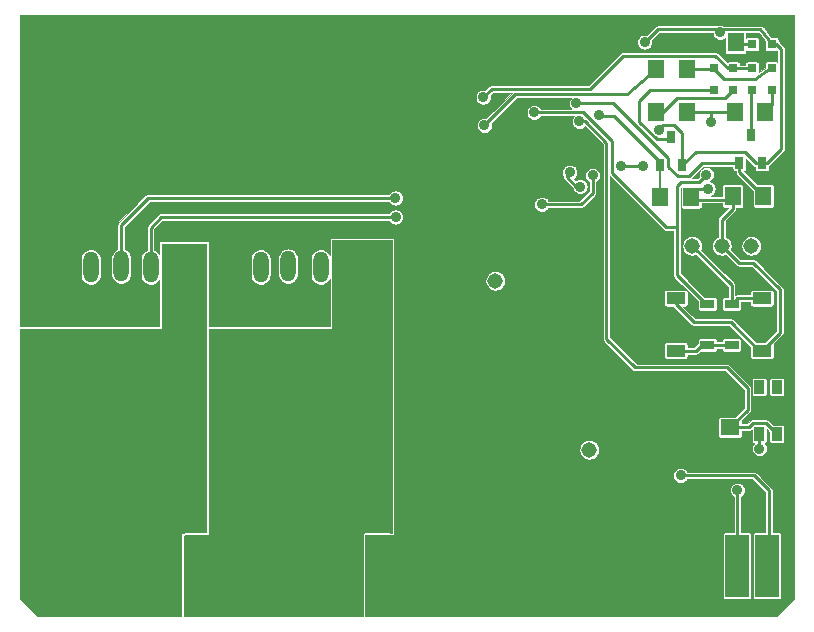
<source format=gbr>
%TF.GenerationSoftware,KiCad,Pcbnew,(5.1.10)-1*%
%TF.CreationDate,2022-07-01T20:44:37+09:00*%
%TF.ProjectId,DriveUnit_B-series(ver1.0),44726976-6555-46e6-9974-5f422d736572,rev?*%
%TF.SameCoordinates,Original*%
%TF.FileFunction,Copper,L1,Top*%
%TF.FilePolarity,Positive*%
%FSLAX46Y46*%
G04 Gerber Fmt 4.6, Leading zero omitted, Abs format (unit mm)*
G04 Created by KiCad (PCBNEW (5.1.10)-1) date 2022-07-01 20:44:37*
%MOMM*%
%LPD*%
G01*
G04 APERTURE LIST*
%TA.AperFunction,SMDPad,CuDef*%
%ADD10R,12.700000X11.938000*%
%TD*%
%TA.AperFunction,ComponentPad*%
%ADD11O,1.308000X2.616000*%
%TD*%
%TA.AperFunction,SMDPad,CuDef*%
%ADD12R,0.800000X1.000000*%
%TD*%
%TA.AperFunction,SMDPad,CuDef*%
%ADD13R,1.600000X1.050000*%
%TD*%
%TA.AperFunction,SMDPad,CuDef*%
%ADD14R,1.650000X1.400000*%
%TD*%
%TA.AperFunction,SMDPad,CuDef*%
%ADD15R,1.400000X1.650000*%
%TD*%
%TA.AperFunction,SMDPad,CuDef*%
%ADD16R,0.800000X0.800000*%
%TD*%
%TA.AperFunction,SMDPad,CuDef*%
%ADD17R,1.220000X0.780000*%
%TD*%
%TA.AperFunction,SMDPad,CuDef*%
%ADD18R,0.900000X1.200000*%
%TD*%
%TA.AperFunction,ComponentPad*%
%ADD19C,1.308000*%
%TD*%
%TA.AperFunction,SMDPad,CuDef*%
%ADD20R,2.000000X5.300000*%
%TD*%
%TA.AperFunction,ViaPad*%
%ADD21C,0.906400*%
%TD*%
%TA.AperFunction,ViaPad*%
%ADD22C,0.756400*%
%TD*%
%TA.AperFunction,ViaPad*%
%ADD23C,0.896400*%
%TD*%
%TA.AperFunction,Conductor*%
%ADD24C,0.152400*%
%TD*%
%TA.AperFunction,Conductor*%
%ADD25C,0.254000*%
%TD*%
%TA.AperFunction,Conductor*%
%ADD26C,0.250000*%
%TD*%
%TA.AperFunction,Conductor*%
%ADD27C,0.076200*%
%TD*%
%TA.AperFunction,Conductor*%
%ADD28C,0.100000*%
%TD*%
G04 APERTURE END LIST*
D10*
%TO.P,3813-HA1,DRAIN*%
%TO.N,VCC*%
X126831100Y-86788200D03*
D11*
%TO.P,3813-HA1,SOURCE*%
%TO.N,/SA*%
X129371100Y-100783600D03*
%TO.P,3813-HA1,GATE*%
%TO.N,Net-(3813-HA1-PadGATE)*%
X124291100Y-100783600D03*
%TD*%
D10*
%TO.P,3813-HB1,DRAIN*%
%TO.N,VCC*%
X140951100Y-86788200D03*
D11*
%TO.P,3813-HB1,SOURCE*%
%TO.N,/SB*%
X143491100Y-100783600D03*
%TO.P,3813-HB1,GATE*%
%TO.N,Net-(3813-HB1-PadGATE)*%
X138411100Y-100783600D03*
%TD*%
D10*
%TO.P,3813-LA1,DRAIN*%
%TO.N,/SA*%
X124251100Y-114859000D03*
D11*
%TO.P,3813-LA1,SOURCE*%
%TO.N,GND*%
X121711100Y-100863600D03*
%TO.P,3813-LA1,GATE*%
%TO.N,Net-(3813-LA1-PadGATE)*%
X126791100Y-100863600D03*
%TD*%
D10*
%TO.P,3813-LB1,DRAIN*%
%TO.N,/SB*%
X138641100Y-114859000D03*
D11*
%TO.P,3813-LB1,SOURCE*%
%TO.N,GND*%
X136101100Y-100863600D03*
%TO.P,3813-LB1,GATE*%
%TO.N,Net-(3813-LB1-PadGATE)*%
X141181100Y-100863600D03*
%TD*%
D12*
%TO.P,TR1,C*%
%TO.N,Net-(LED4-PadK)*%
X177591100Y-89663600D03*
%TO.P,TR1,B*%
%TO.N,/FF1*%
X176641100Y-92063600D03*
%TO.P,TR1,E*%
%TO.N,GND*%
X178541100Y-92063600D03*
%TD*%
%TO.P,TR2,C*%
%TO.N,Net-(LED5-PadK)*%
X170861100Y-89853600D03*
%TO.P,TR2,B*%
%TO.N,/FF2*%
X169911100Y-92253600D03*
%TO.P,TR2,E*%
%TO.N,GND*%
X171811100Y-92253600D03*
%TD*%
D13*
%TO.P,SW1,RIGHT*%
%TO.N,Net-(D8-PadA)*%
X171251100Y-107943600D03*
%TO.P,SW1,LEFT*%
%TO.N,/V5*%
X171251100Y-103493600D03*
%TD*%
%TO.P,SW2,RIGHT*%
%TO.N,/V5*%
X178541100Y-107943600D03*
%TO.P,SW2,LEFT*%
%TO.N,/PWM*%
X178541100Y-103493600D03*
%TD*%
D14*
%TO.P,R11,RIGHT*%
%TO.N,VCC*%
X175851100Y-111823600D03*
%TO.P,R11,LEFT*%
%TO.N,/RESET*%
X175851100Y-114423600D03*
%TD*%
D15*
%TO.P,R3,RIGHT*%
%TO.N,Net-(LED1-PadA)*%
X172191100Y-84083600D03*
%TO.P,R3,LEFT*%
%TO.N,/SA*%
X169591100Y-84083600D03*
%TD*%
%TO.P,R22,RIGHT*%
%TO.N,Net-(LED3-PadA)*%
X176306100Y-81853600D03*
%TO.P,R22,LEFT*%
%TO.N,VCC*%
X173706100Y-81853600D03*
%TD*%
%TO.P,R5,RIGHT*%
%TO.N,/FF1*%
X178671100Y-94863600D03*
%TO.P,R5,LEFT*%
%TO.N,/V5*%
X176071100Y-94863600D03*
%TD*%
%TO.P,R6,RIGHT*%
%TO.N,/FF2*%
X169951100Y-94903600D03*
%TO.P,R6,LEFT*%
%TO.N,/V5*%
X172551100Y-94903600D03*
%TD*%
%TO.P,R7,RIGHT*%
%TO.N,Net-(LED4-PadA)*%
X178841100Y-87703600D03*
%TO.P,R7,LEFT*%
%TO.N,/V5*%
X176241100Y-87703600D03*
%TD*%
%TO.P,R8,RIGHT*%
%TO.N,Net-(LED5-PadA)*%
X169581100Y-87703600D03*
%TO.P,R8,LEFT*%
%TO.N,/V5*%
X172181100Y-87703600D03*
%TD*%
D16*
%TO.P,LED4,A*%
%TO.N,Net-(LED4-PadA)*%
X179361100Y-85903600D03*
%TO.P,LED4,K*%
%TO.N,Net-(LED4-PadK)*%
X177711100Y-85903600D03*
%TD*%
%TO.P,LED5,A*%
%TO.N,Net-(LED5-PadA)*%
X176131100Y-85903600D03*
%TO.P,LED5,K*%
%TO.N,Net-(LED5-PadK)*%
X174481100Y-85903600D03*
%TD*%
D17*
%TO.P,D8,A*%
%TO.N,Net-(D8-PadA)*%
X173931100Y-107473600D03*
%TO.P,D8,C*%
%TO.N,/DIR*%
X173931100Y-103993600D03*
%TD*%
%TO.P,D9,A*%
%TO.N,Net-(D8-PadA)*%
X175971100Y-107473600D03*
%TO.P,D9,C*%
%TO.N,/PWM*%
X175971100Y-103993600D03*
%TD*%
D18*
%TO.P,SW3,1*%
%TO.N,GND*%
X178311100Y-115013600D03*
%TO.P,SW3,2*%
%TO.N,Net-(SW3-Pad2)*%
X178311100Y-111013600D03*
%TO.P,SW3,4*%
%TO.N,Net-(SW3-Pad4)*%
X179811100Y-111013600D03*
%TO.P,SW3,3*%
%TO.N,/RESET*%
X179811100Y-115013600D03*
%TD*%
D19*
%TO.P,SW4,L*%
%TO.N,Net-(SW4-PadL)*%
X177641100Y-99073600D03*
%TO.P,SW4,R*%
%TO.N,/PWM*%
X172641100Y-99073600D03*
%TO.P,SW4,C*%
%TO.N,/V5*%
X175141100Y-99073600D03*
%TD*%
%TO.P,C10,C*%
%TO.N,GND*%
X155971100Y-102026199D03*
%TO.P,C10,A*%
%TO.N,VCC*%
X153471100Y-106356327D03*
%TD*%
%TO.P,C11,C*%
%TO.N,GND*%
X163917000Y-116332000D03*
%TO.P,C11,A*%
%TO.N,VCC*%
X158917000Y-116332000D03*
%TD*%
D20*
%TO.P,EDGE1,P$25*%
%TO.N,/PWM_IN*%
X178981100Y-126153600D03*
%TO.P,EDGE1,P$24*%
%TO.N,/GND_IN*%
X176441100Y-126153600D03*
%TO.P,EDGE1,P$23*%
%TO.N,VCC*%
X173901100Y-126153600D03*
%TO.P,EDGE1,P$22*%
X171361100Y-126153600D03*
%TO.P,EDGE1,P$21*%
X168821100Y-126153600D03*
%TO.P,EDGE1,P$20*%
X166281100Y-126153600D03*
%TO.P,EDGE1,P$19*%
X163741100Y-126153600D03*
%TO.P,EDGE1,P$18*%
X161201100Y-126153600D03*
%TO.P,EDGE1,P$17*%
X158661100Y-126153600D03*
%TO.P,EDGE1,P$16*%
X156121100Y-126153600D03*
%TO.P,EDGE1,P$15*%
X153581100Y-126153600D03*
%TO.P,EDGE1,P$14*%
X151041100Y-126153600D03*
%TO.P,EDGE1,P$13*%
X148501100Y-126153600D03*
%TO.P,EDGE1,P$12*%
X145961100Y-126153600D03*
%TO.P,EDGE1,P$11*%
%TO.N,/SB*%
X143421100Y-126153600D03*
%TO.P,EDGE1,P$10*%
X140881100Y-126153600D03*
%TO.P,EDGE1,P$9*%
X138341100Y-126153600D03*
%TO.P,EDGE1,P$8*%
X135801100Y-126153600D03*
%TO.P,EDGE1,P$7*%
X133261100Y-126153600D03*
%TO.P,EDGE1,P$6*%
X130721100Y-126153600D03*
%TO.P,EDGE1,P$5*%
%TO.N,/SA*%
X128181100Y-126153600D03*
%TO.P,EDGE1,P$4*%
X125641100Y-126153600D03*
%TO.P,EDGE1,P$3*%
X123101100Y-126153600D03*
%TO.P,EDGE1,P$2*%
X120561100Y-126153600D03*
%TO.P,EDGE1,P$1*%
X118021100Y-126153600D03*
%TD*%
D16*
%TO.P,LED1,A*%
%TO.N,Net-(LED1-PadA)*%
X179361100Y-84053600D03*
%TO.P,LED1,K*%
%TO.N,/SB*%
X177711100Y-84053600D03*
%TD*%
%TO.P,LED2,A*%
%TO.N,/SB*%
X176111100Y-84053600D03*
%TO.P,LED2,K*%
%TO.N,Net-(LED1-PadA)*%
X174461100Y-84053600D03*
%TD*%
%TO.P,LED3,A*%
%TO.N,Net-(LED3-PadA)*%
X177711100Y-82003600D03*
%TO.P,LED3,K*%
%TO.N,GND*%
X179361100Y-82003600D03*
%TD*%
D21*
%TO.N,VCC*%
X164331100Y-90843600D03*
X159615118Y-96994200D03*
D22*
X150241100Y-112303600D03*
X150241100Y-113213600D03*
X150241100Y-114123600D03*
X150241100Y-115033600D03*
X150241100Y-115943600D03*
X150241100Y-116853600D03*
X150241100Y-117763600D03*
X150241100Y-118673600D03*
X150241100Y-119583600D03*
X150241100Y-120493600D03*
X150241100Y-121403600D03*
X150241100Y-122313600D03*
X151151100Y-122313600D03*
X152061100Y-122313600D03*
X152971100Y-122313600D03*
X153881100Y-122313600D03*
X154791100Y-122313600D03*
X155701100Y-122313600D03*
X156611100Y-122313600D03*
X156611100Y-121403600D03*
X155701100Y-121403600D03*
X154791100Y-121403600D03*
X151151100Y-121403600D03*
X151151100Y-120493600D03*
X151151100Y-119583600D03*
X152061100Y-121403600D03*
X152971100Y-121403600D03*
X153881100Y-121403600D03*
X153881100Y-120493600D03*
X152971100Y-120493600D03*
X152061100Y-120493600D03*
X154791100Y-120493600D03*
X155701100Y-120493600D03*
X156611100Y-120493600D03*
X156611100Y-119583600D03*
X152061100Y-119583600D03*
X152971100Y-119583600D03*
X153881100Y-119583600D03*
X154791100Y-119583600D03*
X151151100Y-112303600D03*
X151151100Y-113213600D03*
X151151100Y-114123600D03*
X151151100Y-115033600D03*
X151151100Y-115943600D03*
X151151100Y-116853600D03*
X151151100Y-117763600D03*
X151151100Y-118673600D03*
X152061100Y-118673600D03*
X155701100Y-119583600D03*
X152971100Y-118673600D03*
X153881100Y-118673600D03*
X154791100Y-118673600D03*
X155701100Y-118673600D03*
X156611100Y-118673600D03*
X152061100Y-117763600D03*
X152971100Y-117763600D03*
X152061100Y-116853600D03*
X152971100Y-116853600D03*
X153881100Y-116853600D03*
X153881100Y-117763600D03*
X154791100Y-117763600D03*
X155701100Y-117763600D03*
X156611100Y-117763600D03*
X156611100Y-116853600D03*
X155701100Y-116853600D03*
X154791100Y-116853600D03*
X152061100Y-115943600D03*
X152971100Y-115943600D03*
X153881100Y-115943600D03*
X156611100Y-114123600D03*
X156611100Y-115033600D03*
X156611100Y-115943600D03*
X155701100Y-115943600D03*
X154791100Y-115943600D03*
X155701100Y-115033600D03*
X154791100Y-115033600D03*
X153881100Y-115033600D03*
X152971100Y-115033600D03*
X152061100Y-115033600D03*
X152061100Y-114123600D03*
X152971100Y-114123600D03*
X153881100Y-114123600D03*
X154791100Y-114123600D03*
X153881100Y-113213600D03*
X152971100Y-113213600D03*
X152061100Y-113213600D03*
X152061100Y-112303600D03*
X152971100Y-112303600D03*
X157521100Y-122313600D03*
X157521100Y-121403600D03*
X157521100Y-120493600D03*
X157521100Y-119583600D03*
X157521100Y-118673600D03*
X157521100Y-117763600D03*
X157521100Y-116853600D03*
X157521100Y-114123600D03*
X157521100Y-115033600D03*
X157521100Y-115943600D03*
X149331100Y-112303600D03*
X149331100Y-113213600D03*
X149331100Y-114123600D03*
X149331100Y-115033600D03*
X149331100Y-115943600D03*
X149331100Y-116853600D03*
X149331100Y-117763600D03*
X149331100Y-118673600D03*
X149331100Y-119583600D03*
X149331100Y-120493600D03*
X149331100Y-121403600D03*
X149331100Y-122313600D03*
X148421100Y-112303600D03*
X148421100Y-113213600D03*
X148421100Y-114123600D03*
X148421100Y-115033600D03*
X148421100Y-115943600D03*
X148421100Y-116853600D03*
X148421100Y-117763600D03*
X148421100Y-118673600D03*
X148421100Y-119583600D03*
X148421100Y-120493600D03*
X148421100Y-121403600D03*
X148421100Y-122313600D03*
D23*
%TO.N,GND*%
X175006100Y-80988219D03*
D21*
X168621100Y-81823600D03*
X169856050Y-89260400D03*
X168441100Y-92283600D03*
X166621100Y-92283600D03*
X178331100Y-116233600D03*
%TO.N,/FF2*%
X164761100Y-88006800D03*
%TO.N,/FF1*%
X162841100Y-87003600D03*
%TO.N,/RESET*%
X163081100Y-88533600D03*
%TO.N,/V5*%
X174251100Y-88603600D03*
X173981100Y-94233600D03*
%TO.N,/DIR*%
X173831100Y-93033600D03*
X159261100Y-87773600D03*
%TO.N,/SA*%
X155041100Y-88870400D03*
D22*
X117061100Y-121393600D03*
X117971100Y-121393600D03*
X117516100Y-122183600D03*
X121156100Y-122183600D03*
X118426100Y-122183600D03*
X118881100Y-121393600D03*
X117061100Y-122973600D03*
X117971100Y-122973600D03*
X118881100Y-122973600D03*
X119791100Y-122973600D03*
X128891100Y-122973600D03*
X127981100Y-122973600D03*
X127071100Y-122973600D03*
X126161100Y-122973600D03*
X125251100Y-122973600D03*
X124341100Y-122973600D03*
X123431100Y-122973600D03*
X122521100Y-122973600D03*
X121611100Y-122973600D03*
X120701100Y-122973600D03*
X120246100Y-122183600D03*
X119336100Y-122183600D03*
X119791100Y-121393600D03*
X120701100Y-121393600D03*
X121611100Y-121393600D03*
X122066100Y-122183600D03*
X122976100Y-122183600D03*
X122521100Y-121393600D03*
X123431100Y-121393600D03*
X123886100Y-122183600D03*
X124796100Y-122183600D03*
X124341100Y-121393600D03*
X125706100Y-122183600D03*
X126616100Y-122183600D03*
X125251100Y-121393600D03*
X126161100Y-121393600D03*
X127071100Y-121393600D03*
X127526100Y-122183600D03*
X128436100Y-122183600D03*
X129346100Y-122183600D03*
X130256100Y-122183600D03*
X131166100Y-122183600D03*
X130711100Y-121393600D03*
X128891100Y-121393600D03*
X129801100Y-121393600D03*
X127981100Y-121393600D03*
X117371100Y-120533600D03*
X117371100Y-119623600D03*
X117371100Y-118713600D03*
X117371100Y-117803600D03*
X117061100Y-106733600D03*
X117971100Y-106733600D03*
X117516100Y-107523600D03*
X121156100Y-107523600D03*
X118426100Y-107523600D03*
X118881100Y-106733600D03*
X117061100Y-108313600D03*
X117971100Y-108313600D03*
X118881100Y-108313600D03*
X119791100Y-108313600D03*
X128891100Y-108313600D03*
X127981100Y-108313600D03*
X127071100Y-108313600D03*
X126161100Y-108313600D03*
X125251100Y-108313600D03*
X124341100Y-108313600D03*
X123431100Y-108313600D03*
X122521100Y-108313600D03*
X121611100Y-108313600D03*
X120701100Y-108313600D03*
X120246100Y-107523600D03*
X119336100Y-107523600D03*
X119791100Y-106733600D03*
X120701100Y-106733600D03*
X121611100Y-106733600D03*
X122066100Y-107523600D03*
X122976100Y-107523600D03*
X122521100Y-106733600D03*
X123431100Y-106733600D03*
X123886100Y-107523600D03*
X124796100Y-107523600D03*
X124341100Y-106733600D03*
X125706100Y-107523600D03*
X126616100Y-107523600D03*
X125251100Y-106733600D03*
X126161100Y-106733600D03*
X127071100Y-106733600D03*
X127526100Y-107523600D03*
X128436100Y-107523600D03*
X129346100Y-107523600D03*
X130256100Y-107523600D03*
X131166100Y-107523600D03*
X130711100Y-106733600D03*
X128891100Y-106733600D03*
X129801100Y-106733600D03*
X127981100Y-106733600D03*
X130711100Y-108313600D03*
X129801100Y-108313600D03*
X129804160Y-122956320D03*
X130723640Y-122910600D03*
X117371100Y-116893600D03*
X117371100Y-115983600D03*
X117371100Y-115073600D03*
X117371100Y-114163600D03*
X117371100Y-113253600D03*
X117371100Y-112343600D03*
X117371100Y-111433600D03*
X117371100Y-110523600D03*
X117371100Y-109613600D03*
X131131100Y-120533600D03*
X131131100Y-119623600D03*
X131131100Y-118713600D03*
X131131100Y-117803600D03*
X131131100Y-116893600D03*
X131131100Y-115983600D03*
X131131100Y-115073600D03*
X131131100Y-114163600D03*
X131131100Y-113253600D03*
X131131100Y-112343600D03*
X131131100Y-111433600D03*
X131131100Y-110523600D03*
X131131100Y-109613600D03*
D21*
%TO.N,/GHB*%
X164201100Y-93103600D03*
X159901100Y-95553600D03*
%TO.N,/SB*%
X154944300Y-86483600D03*
D22*
X132461100Y-106773600D03*
X133371100Y-106773600D03*
X132916100Y-107563600D03*
X136556100Y-107563600D03*
X133826100Y-107563600D03*
X134281100Y-106773600D03*
X132461100Y-108353600D03*
X133371100Y-108353600D03*
X134281100Y-108353600D03*
X135191100Y-108353600D03*
X144291100Y-108353600D03*
X143381100Y-108353600D03*
X142471100Y-108353600D03*
X141561100Y-108353600D03*
X140651100Y-108353600D03*
X139741100Y-108353600D03*
X138831100Y-108353600D03*
X137921100Y-108353600D03*
X137011100Y-108353600D03*
X136101100Y-108353600D03*
X135646100Y-107563600D03*
X134736100Y-107563600D03*
X135191100Y-106773600D03*
X136101100Y-106773600D03*
X137011100Y-106773600D03*
X137466100Y-107563600D03*
X138376100Y-107563600D03*
X137921100Y-106773600D03*
X138831100Y-106773600D03*
X139286100Y-107563600D03*
X140196100Y-107563600D03*
X139741100Y-106773600D03*
X141106100Y-107563600D03*
X142016100Y-107563600D03*
X140651100Y-106773600D03*
X141561100Y-106773600D03*
X142471100Y-106773600D03*
X142926100Y-107563600D03*
X143836100Y-107563600D03*
X144746100Y-107563600D03*
X145656100Y-107563600D03*
X146566100Y-107563600D03*
X146111100Y-106773600D03*
X144291100Y-106773600D03*
X145201100Y-106773600D03*
X143381100Y-106773600D03*
X145201100Y-108353600D03*
X146111100Y-108353600D03*
X132531100Y-121393600D03*
X133441100Y-121393600D03*
X132986100Y-122183600D03*
X136626100Y-122183600D03*
X133896100Y-122183600D03*
X134351100Y-121393600D03*
X132531100Y-122973600D03*
X133441100Y-122973600D03*
X134351100Y-122973600D03*
X135261100Y-122973600D03*
X144361100Y-122973600D03*
X143451100Y-122973600D03*
X142541100Y-122973600D03*
X141631100Y-122973600D03*
X140721100Y-122973600D03*
X139811100Y-122973600D03*
X138901100Y-122973600D03*
X137991100Y-122973600D03*
X137081100Y-122973600D03*
X136171100Y-122973600D03*
X135716100Y-122183600D03*
X134806100Y-122183600D03*
X135261100Y-121393600D03*
X136171100Y-121393600D03*
X137081100Y-121393600D03*
X137536100Y-122183600D03*
X138446100Y-122183600D03*
X137991100Y-121393600D03*
X138901100Y-121393600D03*
X139356100Y-122183600D03*
X140266100Y-122183600D03*
X139811100Y-121393600D03*
X141176100Y-122183600D03*
X142086100Y-122183600D03*
X140721100Y-121393600D03*
X141631100Y-121393600D03*
X142541100Y-121393600D03*
X142996100Y-122183600D03*
X143906100Y-122183600D03*
X144816100Y-122183600D03*
X145726100Y-122183600D03*
X146636100Y-122183600D03*
X146181100Y-121393600D03*
X144361100Y-121393600D03*
X145271100Y-121393600D03*
X143451100Y-121393600D03*
X145313400Y-122920760D03*
X146217640Y-122951240D03*
X146601100Y-120533600D03*
X146601100Y-119623600D03*
X146601100Y-118713600D03*
X146601100Y-117803600D03*
X146601100Y-116893600D03*
X146601100Y-115983600D03*
X146601100Y-115073600D03*
X146601100Y-114163600D03*
X146601100Y-113253600D03*
X146601100Y-112343600D03*
X146601100Y-111433600D03*
X146601100Y-110523600D03*
X146601100Y-109613600D03*
X145691100Y-120533600D03*
X145691100Y-119623600D03*
X145691100Y-118713600D03*
X145691100Y-117803600D03*
X145691100Y-116893600D03*
X145691100Y-115983600D03*
X145691100Y-115073600D03*
X145691100Y-114163600D03*
X145691100Y-113253600D03*
X145691100Y-112343600D03*
X145691100Y-111433600D03*
X145691100Y-110523600D03*
X145691100Y-109613600D03*
D21*
%TO.N,/GLB*%
X163150881Y-94048000D03*
X162265360Y-92847160D03*
%TO.N,/GND_IN*%
X176461100Y-119763600D03*
%TO.N,/PWM_IN*%
X171661100Y-118503600D03*
%TO.N,Net-(3813-HA1-PadGATE)*%
X147511100Y-95013600D03*
%TO.N,Net-(3813-LA1-PadGATE)*%
X147521100Y-96623600D03*
%TD*%
D24*
%TO.N,VCC*%
X140951100Y-87503600D02*
X140951100Y-86788200D01*
D25*
X173706100Y-81853600D02*
X170469250Y-81853600D01*
X170469250Y-81853600D02*
X169762450Y-82560400D01*
D24*
X145894300Y-82560400D02*
X140951100Y-87503600D01*
D25*
X169762450Y-82560400D02*
X145894300Y-82560400D01*
X164957900Y-95134950D02*
X164957900Y-92632250D01*
X164331100Y-90843600D02*
X164331100Y-92005450D01*
X164331100Y-92005450D02*
X164957900Y-92632250D01*
D24*
X127204856Y-86503600D02*
X126831100Y-86788200D01*
D25*
X159615118Y-96994200D02*
X163098650Y-96994200D01*
X163098650Y-96994200D02*
X164957900Y-95134950D01*
%TO.N,GND*%
X178541100Y-92063600D02*
X178004387Y-92063600D01*
X178004387Y-92063600D02*
X177085787Y-91145000D01*
X177085787Y-91145000D02*
X172919700Y-91145000D01*
X172919700Y-91145000D02*
X171811100Y-92253600D01*
X175006100Y-80988219D02*
X175256100Y-80738219D01*
X180148900Y-82398113D02*
X179754387Y-82003600D01*
D24*
X179361100Y-82003600D02*
X179754387Y-82003600D01*
D25*
X180148900Y-82398113D02*
X180148900Y-90913600D01*
X180148900Y-90913600D02*
X178998900Y-92063600D01*
X178998900Y-92063600D02*
X178541100Y-92063600D01*
X179361100Y-82003600D02*
X178418990Y-80738219D01*
X178418990Y-80738219D02*
X175256100Y-80738219D01*
X175006100Y-80988219D02*
X174971100Y-81023219D01*
X174971100Y-81023219D02*
X174666100Y-80718219D01*
X174666100Y-80718219D02*
X169746481Y-80718219D01*
X169746481Y-80718219D02*
X168641100Y-81823600D01*
D24*
X168621100Y-81823600D02*
X168641100Y-81823600D01*
D25*
X171811100Y-92253600D02*
X171811100Y-89490313D01*
X171811100Y-89490313D02*
X171137987Y-88817200D01*
X171137987Y-88817200D02*
X170201100Y-88817200D01*
X170201100Y-88817200D02*
X169856050Y-89162250D01*
X169856050Y-89162250D02*
X169856050Y-89260400D01*
X168441100Y-92283600D02*
X166621100Y-92283600D01*
D24*
X178311100Y-115013600D02*
X178331100Y-115033600D01*
D25*
X178331100Y-115033600D02*
X178331100Y-116233600D01*
D24*
%TO.N,/FF2*%
X169911100Y-92253600D02*
X169911100Y-94863600D01*
X169911100Y-94863600D02*
X169951100Y-94903600D01*
D25*
X169911100Y-92253600D02*
X169911100Y-92013600D01*
X169911100Y-92013600D02*
X166014300Y-88116800D01*
X166014300Y-88116800D02*
X164871100Y-88116800D01*
X164871100Y-88116800D02*
X164761100Y-88006800D01*
%TO.N,/FF1*%
X178671100Y-94863600D02*
X176641100Y-92833600D01*
X176641100Y-92833600D02*
X176641100Y-92063600D01*
X176641100Y-92063600D02*
X173441100Y-92063600D01*
X173441100Y-92063600D02*
X172341100Y-93163600D01*
X172341100Y-93163600D02*
X171421100Y-93163600D01*
X171421100Y-93163600D02*
X170631100Y-92373600D01*
X170631100Y-92373600D02*
X170631100Y-91653600D01*
X170631100Y-91653600D02*
X165967500Y-86990000D01*
X165967500Y-86990000D02*
X162854700Y-86990000D01*
X162854700Y-86990000D02*
X162841100Y-87003600D01*
%TO.N,/RESET*%
X165371100Y-106943600D02*
X165371100Y-90323600D01*
X165371100Y-90323600D02*
X163581100Y-88533600D01*
X163581100Y-88533600D02*
X163081100Y-88533600D01*
X175851100Y-114423600D02*
X177321100Y-112953600D01*
X177321100Y-112953600D02*
X177321100Y-111133600D01*
X177321100Y-111133600D02*
X175551100Y-109363600D01*
X167791100Y-109363600D02*
X165371100Y-106943600D01*
X175551100Y-109363600D02*
X167791100Y-109363600D01*
X178875787Y-114075000D02*
X177766412Y-114075000D01*
X177417812Y-114423600D02*
X175851100Y-114423600D01*
X179811100Y-115013600D02*
X179811100Y-115010313D01*
X179811100Y-115010313D02*
X178875787Y-114075000D01*
X177766412Y-114075000D02*
X177417812Y-114423600D01*
%TO.N,/PWM*%
X176471100Y-103493600D02*
X175971100Y-103993600D01*
X178541100Y-103493600D02*
X176471100Y-103493600D01*
X175971100Y-103993600D02*
X175971100Y-102403600D01*
X175971100Y-102403600D02*
X172641100Y-99073600D01*
D24*
%TO.N,/V5*%
X178541100Y-107943600D02*
X178331100Y-107943600D01*
D25*
X175921100Y-105533600D02*
X172771100Y-105533600D01*
X172771100Y-105533600D02*
X171251100Y-104013600D01*
D24*
X171251100Y-104013600D02*
X171251100Y-103493600D01*
D25*
X178331100Y-107943600D02*
X175921100Y-105533600D01*
X178541100Y-107943600D02*
X180061100Y-106423600D01*
X180061100Y-106423600D02*
X180061100Y-102763600D01*
X180061100Y-102763600D02*
X177801100Y-100503600D01*
X176571100Y-100503600D02*
X175141100Y-99073600D01*
X177801100Y-100503600D02*
X176571100Y-100503600D01*
X176071100Y-94863600D02*
X176071100Y-95913600D01*
X176071100Y-95913600D02*
X175141100Y-96843600D01*
X175141100Y-96843600D02*
X175141100Y-99073600D01*
X172551100Y-94903600D02*
X172801100Y-95153600D01*
X175781100Y-95153600D02*
X172801100Y-95153600D01*
X175781100Y-95153600D02*
X176071100Y-94863600D01*
X176241100Y-87703600D02*
X174251100Y-87703600D01*
X174251100Y-87703600D02*
X172181100Y-87703600D01*
X174251100Y-88603600D02*
X174251100Y-87703600D01*
D24*
X172551100Y-94903600D02*
X173221100Y-94233600D01*
D25*
X173221100Y-94233600D02*
X173981100Y-94233600D01*
%TO.N,/DIR*%
X173831100Y-93033600D02*
X173231100Y-93633600D01*
X173231100Y-93633600D02*
X171721100Y-93633600D01*
X171721100Y-93633600D02*
X171341100Y-94013600D01*
X171341100Y-94013600D02*
X171341100Y-97503600D01*
X171341100Y-101533600D02*
X171341100Y-97503600D01*
X171341100Y-101533600D02*
X173801100Y-103993600D01*
D24*
X173801100Y-103993600D02*
X173931100Y-103993600D01*
D25*
X171341100Y-97503600D02*
X170451100Y-97503600D01*
X165811100Y-90183600D02*
X165811100Y-92863600D01*
X170451100Y-97503600D02*
X165811100Y-92863600D01*
X163401100Y-87773600D02*
X159261100Y-87773600D01*
X163401100Y-87773600D02*
X165811100Y-90183600D01*
%TO.N,/SA*%
X169591100Y-84083600D02*
X167115196Y-86253600D01*
X167115196Y-86253600D02*
X157657900Y-86253600D01*
X157657900Y-86253600D02*
X155041100Y-88870400D01*
%TO.N,/GHB*%
X164201100Y-93103600D02*
X164201100Y-94573600D01*
X163221100Y-95553600D02*
X159901100Y-95553600D01*
X164201100Y-94573600D02*
X163221100Y-95553600D01*
%TO.N,/SB*%
X176111100Y-84053600D02*
X177711100Y-84053600D01*
X176111100Y-84053600D02*
X175674387Y-84053600D01*
X175674387Y-84053600D02*
X174590787Y-82970000D01*
X166804700Y-82970000D02*
X164001100Y-85773600D01*
X174590787Y-82970000D02*
X166804700Y-82970000D01*
X164001100Y-85773600D02*
X155654300Y-85773600D01*
X155654300Y-85773600D02*
X154944300Y-86483600D01*
D24*
X142661100Y-126003600D02*
X143161100Y-126003600D01*
X143161100Y-126003600D02*
X143421100Y-126153600D01*
X142661100Y-126003600D02*
X143421100Y-126153600D01*
X130721100Y-126153600D02*
X143421100Y-126153600D01*
D25*
%TO.N,/GLB*%
X163150881Y-94048000D02*
X162840881Y-94048000D01*
X162840881Y-94048000D02*
X162054462Y-93261582D01*
X162054462Y-93261582D02*
X162043500Y-93261582D01*
D26*
X162054462Y-93058058D02*
X162265360Y-92847160D01*
X162054462Y-93261582D02*
X162054462Y-93058058D01*
D24*
%TO.N,Net-(LED4-PadK)*%
X177711100Y-85903600D02*
X177591100Y-85703600D01*
D25*
X177591100Y-85703600D02*
X177591100Y-89663600D01*
%TO.N,Net-(LED5-PadK)*%
X174481100Y-85903600D02*
X169031100Y-85903600D01*
X169031100Y-85903600D02*
X168141100Y-86793600D01*
X168141100Y-86793600D02*
X168141100Y-88583600D01*
X170651100Y-90063600D02*
X170861100Y-89853600D01*
X170651100Y-90063600D02*
X169621100Y-90063600D01*
X168141100Y-88583600D02*
X169621100Y-90063600D01*
%TO.N,Net-(D8-PadA)*%
X175971100Y-107473600D02*
X173931100Y-107473600D01*
D24*
X173931100Y-107473600D02*
X173441100Y-107473600D01*
D25*
X173441100Y-107473600D02*
X172951100Y-107963600D01*
X172951100Y-107963600D02*
X171271100Y-107963600D01*
D24*
X171271100Y-107963600D02*
X171251100Y-107943600D01*
%TO.N,Net-(LED1-PadA)*%
X179361100Y-84053600D02*
X179251546Y-84053600D01*
D25*
X179251546Y-84053600D02*
X177966021Y-84923600D01*
X177966021Y-84923600D02*
X175311100Y-84923600D01*
X175311100Y-84923600D02*
X174461100Y-84073600D01*
D24*
X174461100Y-84073600D02*
X174461100Y-84053600D01*
X174431100Y-84083600D02*
X174461100Y-84053600D01*
D25*
X174431100Y-84083600D02*
X172191100Y-84083600D01*
D24*
%TO.N,Net-(LED3-PadA)*%
X176166100Y-82003600D02*
X176306100Y-81853600D01*
D25*
X177711100Y-82003600D02*
X176166100Y-82003600D01*
%TO.N,Net-(LED4-PadA)*%
X179361100Y-85903600D02*
X179361100Y-87183600D01*
D24*
X179361100Y-87183600D02*
X178841100Y-87703600D01*
D25*
%TO.N,Net-(LED5-PadA)*%
X170202812Y-87703600D02*
X169581100Y-87703600D01*
X171316412Y-86590000D02*
X170202812Y-87703600D01*
X176131100Y-85903600D02*
X176111100Y-85903600D01*
X176111100Y-85903600D02*
X175424700Y-86590000D01*
X175424700Y-86590000D02*
X171316412Y-86590000D01*
%TO.N,/GND_IN*%
X176461100Y-119763600D02*
X176461100Y-126133600D01*
D24*
X176461100Y-126133600D02*
X176441100Y-126153600D01*
D25*
%TO.N,/PWM_IN*%
X177851100Y-118503600D02*
X179131100Y-119783600D01*
X179131100Y-119783600D02*
X179131100Y-126003600D01*
D24*
X179131100Y-126003600D02*
X178981100Y-126153600D01*
D25*
X171661100Y-118503600D02*
X177851100Y-118503600D01*
%TO.N,Net-(3813-HA1-PadGATE)*%
X147511100Y-95013600D02*
X126581100Y-95013600D01*
X126581100Y-95013600D02*
X124291100Y-97303600D01*
X124291100Y-97303600D02*
X124291100Y-100783600D01*
%TO.N,Net-(3813-LA1-PadGATE)*%
X126791100Y-97533600D02*
X126791100Y-100863600D01*
X147521100Y-96623600D02*
X127701100Y-96623600D01*
X127701100Y-96623600D02*
X126791100Y-97533600D01*
%TD*%
D27*
%TO.N,VCC*%
X181277999Y-128977463D02*
X179814964Y-130440499D01*
X144977800Y-130440499D01*
X144977800Y-123590300D01*
X147237300Y-123590300D01*
X147274465Y-123586640D01*
X147310201Y-123575799D01*
X147343136Y-123558195D01*
X147372004Y-123534504D01*
X147395695Y-123505636D01*
X147396783Y-123503600D01*
X175249679Y-123503600D01*
X175249679Y-128803600D01*
X175253357Y-128840944D01*
X175264250Y-128876854D01*
X175281939Y-128909948D01*
X175305745Y-128938955D01*
X175334752Y-128962761D01*
X175367846Y-128980450D01*
X175403756Y-128991343D01*
X175441100Y-128995021D01*
X177441100Y-128995021D01*
X177478444Y-128991343D01*
X177514354Y-128980450D01*
X177547448Y-128962761D01*
X177576455Y-128938955D01*
X177600261Y-128909948D01*
X177617950Y-128876854D01*
X177628843Y-128840944D01*
X177632521Y-128803600D01*
X177632521Y-123503600D01*
X177628843Y-123466256D01*
X177617950Y-123430346D01*
X177600261Y-123397252D01*
X177576455Y-123368245D01*
X177547448Y-123344439D01*
X177514354Y-123326750D01*
X177478444Y-123315857D01*
X177441100Y-123312179D01*
X176778600Y-123312179D01*
X176778600Y-120325625D01*
X176871435Y-120263595D01*
X176961095Y-120173935D01*
X177031540Y-120068506D01*
X177080063Y-119951360D01*
X177104800Y-119826999D01*
X177104800Y-119700201D01*
X177080063Y-119575840D01*
X177031540Y-119458694D01*
X176961095Y-119353265D01*
X176871435Y-119263605D01*
X176766006Y-119193160D01*
X176648860Y-119144637D01*
X176524499Y-119119900D01*
X176397701Y-119119900D01*
X176273340Y-119144637D01*
X176156194Y-119193160D01*
X176050765Y-119263605D01*
X175961105Y-119353265D01*
X175890660Y-119458694D01*
X175842137Y-119575840D01*
X175817400Y-119700201D01*
X175817400Y-119826999D01*
X175842137Y-119951360D01*
X175890660Y-120068506D01*
X175961105Y-120173935D01*
X176050765Y-120263595D01*
X176143600Y-120325625D01*
X176143601Y-123312179D01*
X175441100Y-123312179D01*
X175403756Y-123315857D01*
X175367846Y-123326750D01*
X175334752Y-123344439D01*
X175305745Y-123368245D01*
X175281939Y-123397252D01*
X175264250Y-123430346D01*
X175253357Y-123466256D01*
X175249679Y-123503600D01*
X147396783Y-123503600D01*
X147413299Y-123472701D01*
X147424140Y-123436965D01*
X147427800Y-123399800D01*
X147427800Y-118440201D01*
X171017400Y-118440201D01*
X171017400Y-118566999D01*
X171042137Y-118691360D01*
X171090660Y-118808506D01*
X171161105Y-118913935D01*
X171250765Y-119003595D01*
X171356194Y-119074040D01*
X171473340Y-119122563D01*
X171597701Y-119147300D01*
X171724499Y-119147300D01*
X171848860Y-119122563D01*
X171966006Y-119074040D01*
X172071435Y-119003595D01*
X172161095Y-118913935D01*
X172223125Y-118821100D01*
X177719588Y-118821100D01*
X178813600Y-119915113D01*
X178813601Y-123312179D01*
X177981100Y-123312179D01*
X177943756Y-123315857D01*
X177907846Y-123326750D01*
X177874752Y-123344439D01*
X177845745Y-123368245D01*
X177821939Y-123397252D01*
X177804250Y-123430346D01*
X177793357Y-123466256D01*
X177789679Y-123503600D01*
X177789679Y-128803600D01*
X177793357Y-128840944D01*
X177804250Y-128876854D01*
X177821939Y-128909948D01*
X177845745Y-128938955D01*
X177874752Y-128962761D01*
X177907846Y-128980450D01*
X177943756Y-128991343D01*
X177981100Y-128995021D01*
X179981100Y-128995021D01*
X180018444Y-128991343D01*
X180054354Y-128980450D01*
X180087448Y-128962761D01*
X180116455Y-128938955D01*
X180140261Y-128909948D01*
X180157950Y-128876854D01*
X180168843Y-128840944D01*
X180172521Y-128803600D01*
X180172521Y-123503600D01*
X180168843Y-123466256D01*
X180157950Y-123430346D01*
X180140261Y-123397252D01*
X180116455Y-123368245D01*
X180087448Y-123344439D01*
X180054354Y-123326750D01*
X180018444Y-123315857D01*
X179981100Y-123312179D01*
X179448600Y-123312179D01*
X179448600Y-119799192D01*
X179450136Y-119783599D01*
X179446630Y-119748004D01*
X179444006Y-119721359D01*
X179425851Y-119661510D01*
X179396369Y-119606353D01*
X179356693Y-119558007D01*
X179344577Y-119548064D01*
X178086642Y-118290130D01*
X178076693Y-118278007D01*
X178028347Y-118238331D01*
X177973190Y-118208849D01*
X177913341Y-118190694D01*
X177866696Y-118186100D01*
X177851100Y-118184564D01*
X177835504Y-118186100D01*
X172223125Y-118186100D01*
X172161095Y-118093265D01*
X172071435Y-118003605D01*
X171966006Y-117933160D01*
X171848860Y-117884637D01*
X171724499Y-117859900D01*
X171597701Y-117859900D01*
X171473340Y-117884637D01*
X171356194Y-117933160D01*
X171250765Y-118003605D01*
X171161105Y-118093265D01*
X171090660Y-118198694D01*
X171042137Y-118315840D01*
X171017400Y-118440201D01*
X147427800Y-118440201D01*
X147427800Y-116248824D01*
X163072500Y-116248824D01*
X163072500Y-116415176D01*
X163104954Y-116578332D01*
X163168614Y-116732021D01*
X163261034Y-116870337D01*
X163378663Y-116987966D01*
X163516979Y-117080386D01*
X163670668Y-117144046D01*
X163833824Y-117176500D01*
X164000176Y-117176500D01*
X164163332Y-117144046D01*
X164317021Y-117080386D01*
X164455337Y-116987966D01*
X164572966Y-116870337D01*
X164665386Y-116732021D01*
X164729046Y-116578332D01*
X164761500Y-116415176D01*
X164761500Y-116248824D01*
X164729046Y-116085668D01*
X164665386Y-115931979D01*
X164572966Y-115793663D01*
X164455337Y-115676034D01*
X164317021Y-115583614D01*
X164163332Y-115519954D01*
X164000176Y-115487500D01*
X163833824Y-115487500D01*
X163670668Y-115519954D01*
X163516979Y-115583614D01*
X163378663Y-115676034D01*
X163261034Y-115793663D01*
X163168614Y-115931979D01*
X163104954Y-116085668D01*
X163072500Y-116248824D01*
X147427800Y-116248824D01*
X147427800Y-101943023D01*
X155126600Y-101943023D01*
X155126600Y-102109375D01*
X155159054Y-102272531D01*
X155222714Y-102426220D01*
X155315134Y-102564536D01*
X155432763Y-102682165D01*
X155571079Y-102774585D01*
X155724768Y-102838245D01*
X155887924Y-102870699D01*
X156054276Y-102870699D01*
X156217432Y-102838245D01*
X156371121Y-102774585D01*
X156509437Y-102682165D01*
X156627066Y-102564536D01*
X156719486Y-102426220D01*
X156783146Y-102272531D01*
X156815600Y-102109375D01*
X156815600Y-101943023D01*
X156783146Y-101779867D01*
X156719486Y-101626178D01*
X156627066Y-101487862D01*
X156509437Y-101370233D01*
X156371121Y-101277813D01*
X156217432Y-101214153D01*
X156054276Y-101181699D01*
X155887924Y-101181699D01*
X155724768Y-101214153D01*
X155571079Y-101277813D01*
X155432763Y-101370233D01*
X155315134Y-101487862D01*
X155222714Y-101626178D01*
X155159054Y-101779867D01*
X155126600Y-101943023D01*
X147427800Y-101943023D01*
X147427800Y-98577400D01*
X147424140Y-98540235D01*
X147413299Y-98504499D01*
X147395695Y-98471564D01*
X147372004Y-98442696D01*
X147343136Y-98419005D01*
X147310201Y-98401401D01*
X147274465Y-98390560D01*
X147237300Y-98386900D01*
X142144900Y-98386900D01*
X142107735Y-98390560D01*
X142071999Y-98401401D01*
X142039064Y-98419005D01*
X142010196Y-98442696D01*
X141986505Y-98471564D01*
X141968901Y-98504499D01*
X141958060Y-98540235D01*
X141954400Y-98577400D01*
X141954400Y-99864859D01*
X141886673Y-99738151D01*
X141781141Y-99609559D01*
X141652549Y-99504027D01*
X141505840Y-99425609D01*
X141346651Y-99377319D01*
X141181100Y-99361014D01*
X141015550Y-99377319D01*
X140856361Y-99425609D01*
X140709652Y-99504027D01*
X140581060Y-99609559D01*
X140475528Y-99738151D01*
X140397110Y-99884860D01*
X140348820Y-100044049D01*
X140336601Y-100168113D01*
X140336600Y-101559086D01*
X140348819Y-101683150D01*
X140397109Y-101842339D01*
X140475527Y-101989048D01*
X140581059Y-102117641D01*
X140709651Y-102223173D01*
X140856360Y-102301591D01*
X141015549Y-102349881D01*
X141181100Y-102366186D01*
X141346650Y-102349881D01*
X141505839Y-102301591D01*
X141652548Y-102223173D01*
X141781141Y-102117641D01*
X141886673Y-101989049D01*
X141954400Y-101862341D01*
X141954400Y-105886900D01*
X131717800Y-105886900D01*
X131717800Y-101559086D01*
X135256600Y-101559086D01*
X135268819Y-101683150D01*
X135317109Y-101842339D01*
X135395527Y-101989048D01*
X135501059Y-102117641D01*
X135629651Y-102223173D01*
X135776360Y-102301591D01*
X135935549Y-102349881D01*
X136101100Y-102366186D01*
X136266650Y-102349881D01*
X136425839Y-102301591D01*
X136572548Y-102223173D01*
X136701141Y-102117641D01*
X136806673Y-101989049D01*
X136885091Y-101842340D01*
X136933381Y-101683151D01*
X136945600Y-101559087D01*
X136945600Y-100168113D01*
X136937721Y-100088114D01*
X137566600Y-100088114D01*
X137566601Y-101479087D01*
X137578820Y-101603151D01*
X137627110Y-101762340D01*
X137705528Y-101909049D01*
X137811060Y-102037641D01*
X137939652Y-102143173D01*
X138086361Y-102221591D01*
X138245550Y-102269881D01*
X138411100Y-102286186D01*
X138576651Y-102269881D01*
X138735840Y-102221591D01*
X138882549Y-102143173D01*
X139011141Y-102037641D01*
X139116673Y-101909049D01*
X139195091Y-101762340D01*
X139243381Y-101603151D01*
X139255600Y-101479087D01*
X139255600Y-100088113D01*
X139243381Y-99964049D01*
X139195091Y-99804860D01*
X139116673Y-99658151D01*
X139011141Y-99529559D01*
X138882548Y-99424027D01*
X138735839Y-99345609D01*
X138576650Y-99297319D01*
X138411100Y-99281014D01*
X138245549Y-99297319D01*
X138086360Y-99345609D01*
X137939651Y-99424027D01*
X137811059Y-99529559D01*
X137705527Y-99658152D01*
X137627109Y-99804861D01*
X137578819Y-99964050D01*
X137566600Y-100088114D01*
X136937721Y-100088114D01*
X136933381Y-100044049D01*
X136885091Y-99884860D01*
X136806673Y-99738151D01*
X136701141Y-99609559D01*
X136572549Y-99504027D01*
X136425840Y-99425609D01*
X136266651Y-99377319D01*
X136101100Y-99361014D01*
X135935550Y-99377319D01*
X135776361Y-99425609D01*
X135629652Y-99504027D01*
X135501060Y-99609559D01*
X135395528Y-99738151D01*
X135317110Y-99884860D01*
X135268820Y-100044049D01*
X135256601Y-100168113D01*
X135256600Y-101559086D01*
X131717800Y-101559086D01*
X131717800Y-98837400D01*
X131714140Y-98800235D01*
X131703299Y-98764499D01*
X131685695Y-98731564D01*
X131662004Y-98702696D01*
X131633136Y-98679005D01*
X131600201Y-98661401D01*
X131564465Y-98650560D01*
X131527300Y-98646900D01*
X127694900Y-98646900D01*
X127657735Y-98650560D01*
X127621999Y-98661401D01*
X127589064Y-98679005D01*
X127560196Y-98702696D01*
X127536505Y-98731564D01*
X127518901Y-98764499D01*
X127508060Y-98800235D01*
X127504400Y-98837400D01*
X127504400Y-99752607D01*
X127496673Y-99738151D01*
X127391141Y-99609559D01*
X127262549Y-99504027D01*
X127115840Y-99425609D01*
X127108600Y-99423413D01*
X127108600Y-97665112D01*
X127832613Y-96941100D01*
X146959075Y-96941100D01*
X147021105Y-97033935D01*
X147110765Y-97123595D01*
X147216194Y-97194040D01*
X147333340Y-97242563D01*
X147457701Y-97267300D01*
X147584499Y-97267300D01*
X147708860Y-97242563D01*
X147826006Y-97194040D01*
X147931435Y-97123595D01*
X148021095Y-97033935D01*
X148091540Y-96928506D01*
X148140063Y-96811360D01*
X148164800Y-96686999D01*
X148164800Y-96560201D01*
X148140063Y-96435840D01*
X148091540Y-96318694D01*
X148021095Y-96213265D01*
X147931435Y-96123605D01*
X147826006Y-96053160D01*
X147708860Y-96004637D01*
X147584499Y-95979900D01*
X147457701Y-95979900D01*
X147333340Y-96004637D01*
X147216194Y-96053160D01*
X147110765Y-96123605D01*
X147021105Y-96213265D01*
X146959075Y-96306100D01*
X127716692Y-96306100D01*
X127701099Y-96304564D01*
X127685506Y-96306100D01*
X127685504Y-96306100D01*
X127638859Y-96310694D01*
X127579010Y-96328849D01*
X127523853Y-96358331D01*
X127475507Y-96398007D01*
X127465563Y-96410124D01*
X126577630Y-97298058D01*
X126565507Y-97308007D01*
X126525831Y-97356354D01*
X126520761Y-97365840D01*
X126496349Y-97411511D01*
X126478194Y-97471360D01*
X126472064Y-97533600D01*
X126473600Y-97549196D01*
X126473601Y-99423413D01*
X126466361Y-99425609D01*
X126319652Y-99504027D01*
X126191060Y-99609559D01*
X126085528Y-99738151D01*
X126007110Y-99884860D01*
X125958820Y-100044049D01*
X125946601Y-100168113D01*
X125946600Y-101559086D01*
X125958819Y-101683150D01*
X126007109Y-101842339D01*
X126085527Y-101989048D01*
X126191059Y-102117641D01*
X126319651Y-102223173D01*
X126466360Y-102301591D01*
X126625549Y-102349881D01*
X126791100Y-102366186D01*
X126956650Y-102349881D01*
X127115839Y-102301591D01*
X127262548Y-102223173D01*
X127391141Y-102117641D01*
X127496673Y-101989049D01*
X127504400Y-101974593D01*
X127504400Y-105886900D01*
X115724201Y-105886900D01*
X115724201Y-101559086D01*
X120866600Y-101559086D01*
X120878819Y-101683150D01*
X120927109Y-101842339D01*
X121005527Y-101989048D01*
X121111059Y-102117641D01*
X121239651Y-102223173D01*
X121386360Y-102301591D01*
X121545549Y-102349881D01*
X121711100Y-102366186D01*
X121876650Y-102349881D01*
X122035839Y-102301591D01*
X122182548Y-102223173D01*
X122311141Y-102117641D01*
X122416673Y-101989049D01*
X122495091Y-101842340D01*
X122543381Y-101683151D01*
X122555600Y-101559087D01*
X122555600Y-100168113D01*
X122547721Y-100088114D01*
X123446600Y-100088114D01*
X123446601Y-101479087D01*
X123458820Y-101603151D01*
X123507110Y-101762340D01*
X123585528Y-101909049D01*
X123691060Y-102037641D01*
X123819652Y-102143173D01*
X123966361Y-102221591D01*
X124125550Y-102269881D01*
X124291100Y-102286186D01*
X124456651Y-102269881D01*
X124615840Y-102221591D01*
X124762549Y-102143173D01*
X124891141Y-102037641D01*
X124996673Y-101909049D01*
X125075091Y-101762340D01*
X125123381Y-101603151D01*
X125135600Y-101479087D01*
X125135600Y-100088113D01*
X125123381Y-99964049D01*
X125075091Y-99804860D01*
X124996673Y-99658151D01*
X124891141Y-99529559D01*
X124762548Y-99424027D01*
X124615839Y-99345609D01*
X124608600Y-99343413D01*
X124608600Y-97435112D01*
X126712613Y-95331100D01*
X146949075Y-95331100D01*
X147011105Y-95423935D01*
X147100765Y-95513595D01*
X147206194Y-95584040D01*
X147323340Y-95632563D01*
X147447701Y-95657300D01*
X147574499Y-95657300D01*
X147698860Y-95632563D01*
X147816006Y-95584040D01*
X147921435Y-95513595D01*
X147944829Y-95490201D01*
X159257400Y-95490201D01*
X159257400Y-95616999D01*
X159282137Y-95741360D01*
X159330660Y-95858506D01*
X159401105Y-95963935D01*
X159490765Y-96053595D01*
X159596194Y-96124040D01*
X159713340Y-96172563D01*
X159837701Y-96197300D01*
X159964499Y-96197300D01*
X160088860Y-96172563D01*
X160206006Y-96124040D01*
X160311435Y-96053595D01*
X160401095Y-95963935D01*
X160463125Y-95871100D01*
X163205504Y-95871100D01*
X163221100Y-95872636D01*
X163236696Y-95871100D01*
X163283341Y-95866506D01*
X163343190Y-95848351D01*
X163398347Y-95818869D01*
X163446693Y-95779193D01*
X163456642Y-95767070D01*
X164414576Y-94809137D01*
X164426693Y-94799193D01*
X164466369Y-94750847D01*
X164495851Y-94695690D01*
X164514006Y-94635841D01*
X164518600Y-94589196D01*
X164518600Y-94589194D01*
X164520136Y-94573601D01*
X164518600Y-94558008D01*
X164518600Y-93665625D01*
X164611435Y-93603595D01*
X164701095Y-93513935D01*
X164771540Y-93408506D01*
X164820063Y-93291360D01*
X164844800Y-93166999D01*
X164844800Y-93040201D01*
X164820063Y-92915840D01*
X164771540Y-92798694D01*
X164701095Y-92693265D01*
X164611435Y-92603605D01*
X164506006Y-92533160D01*
X164388860Y-92484637D01*
X164264499Y-92459900D01*
X164137701Y-92459900D01*
X164013340Y-92484637D01*
X163896194Y-92533160D01*
X163790765Y-92603605D01*
X163701105Y-92693265D01*
X163630660Y-92798694D01*
X163582137Y-92915840D01*
X163557400Y-93040201D01*
X163557400Y-93166999D01*
X163582137Y-93291360D01*
X163630660Y-93408506D01*
X163701105Y-93513935D01*
X163790765Y-93603595D01*
X163883600Y-93665625D01*
X163883601Y-94442086D01*
X163089588Y-95236100D01*
X160463125Y-95236100D01*
X160401095Y-95143265D01*
X160311435Y-95053605D01*
X160206006Y-94983160D01*
X160088860Y-94934637D01*
X159964499Y-94909900D01*
X159837701Y-94909900D01*
X159713340Y-94934637D01*
X159596194Y-94983160D01*
X159490765Y-95053605D01*
X159401105Y-95143265D01*
X159330660Y-95248694D01*
X159282137Y-95365840D01*
X159257400Y-95490201D01*
X147944829Y-95490201D01*
X148011095Y-95423935D01*
X148081540Y-95318506D01*
X148130063Y-95201360D01*
X148154800Y-95076999D01*
X148154800Y-94950201D01*
X148130063Y-94825840D01*
X148081540Y-94708694D01*
X148011095Y-94603265D01*
X147921435Y-94513605D01*
X147816006Y-94443160D01*
X147698860Y-94394637D01*
X147574499Y-94369900D01*
X147447701Y-94369900D01*
X147323340Y-94394637D01*
X147206194Y-94443160D01*
X147100765Y-94513605D01*
X147011105Y-94603265D01*
X146949075Y-94696100D01*
X126596695Y-94696100D01*
X126581099Y-94694564D01*
X126518859Y-94700694D01*
X126459010Y-94718849D01*
X126403853Y-94748331D01*
X126355507Y-94788007D01*
X126345563Y-94800124D01*
X124077630Y-97068058D01*
X124065507Y-97078007D01*
X124025831Y-97126354D01*
X124006438Y-97162636D01*
X123996349Y-97181511D01*
X123978194Y-97241360D01*
X123972064Y-97303600D01*
X123973600Y-97319196D01*
X123973601Y-99343413D01*
X123966360Y-99345609D01*
X123819651Y-99424027D01*
X123691059Y-99529559D01*
X123585527Y-99658152D01*
X123507109Y-99804861D01*
X123458819Y-99964050D01*
X123446600Y-100088114D01*
X122547721Y-100088114D01*
X122543381Y-100044049D01*
X122495091Y-99884860D01*
X122416673Y-99738151D01*
X122311141Y-99609559D01*
X122182549Y-99504027D01*
X122035840Y-99425609D01*
X121876651Y-99377319D01*
X121711100Y-99361014D01*
X121545550Y-99377319D01*
X121386361Y-99425609D01*
X121239652Y-99504027D01*
X121111060Y-99609559D01*
X121005528Y-99738151D01*
X120927110Y-99884860D01*
X120878820Y-100044049D01*
X120866601Y-100168113D01*
X120866600Y-101559086D01*
X115724201Y-101559086D01*
X115724201Y-92783761D01*
X161621660Y-92783761D01*
X161621660Y-92910559D01*
X161646397Y-93034920D01*
X161694920Y-93152066D01*
X161730069Y-93204671D01*
X161724464Y-93261582D01*
X161730594Y-93323823D01*
X161748749Y-93383672D01*
X161778231Y-93438829D01*
X161817907Y-93487175D01*
X161866253Y-93526851D01*
X161875847Y-93531979D01*
X162520071Y-94176203D01*
X162531918Y-94235760D01*
X162580441Y-94352906D01*
X162650886Y-94458335D01*
X162740546Y-94547995D01*
X162845975Y-94618440D01*
X162963121Y-94666963D01*
X163087482Y-94691700D01*
X163214280Y-94691700D01*
X163338641Y-94666963D01*
X163455787Y-94618440D01*
X163561216Y-94547995D01*
X163650876Y-94458335D01*
X163721321Y-94352906D01*
X163769844Y-94235760D01*
X163794581Y-94111399D01*
X163794581Y-93984601D01*
X163769844Y-93860240D01*
X163721321Y-93743094D01*
X163650876Y-93637665D01*
X163561216Y-93548005D01*
X163455787Y-93477560D01*
X163338641Y-93429037D01*
X163214280Y-93404300D01*
X163087482Y-93404300D01*
X162963121Y-93429037D01*
X162845975Y-93477560D01*
X162770131Y-93528237D01*
X162623754Y-93381861D01*
X162675695Y-93347155D01*
X162765355Y-93257495D01*
X162835800Y-93152066D01*
X162884323Y-93034920D01*
X162909060Y-92910559D01*
X162909060Y-92783761D01*
X162884323Y-92659400D01*
X162835800Y-92542254D01*
X162765355Y-92436825D01*
X162675695Y-92347165D01*
X162570266Y-92276720D01*
X162453120Y-92228197D01*
X162328759Y-92203460D01*
X162201961Y-92203460D01*
X162077600Y-92228197D01*
X161960454Y-92276720D01*
X161855025Y-92347165D01*
X161765365Y-92436825D01*
X161694920Y-92542254D01*
X161646397Y-92659400D01*
X161621660Y-92783761D01*
X115724201Y-92783761D01*
X115724201Y-86420201D01*
X154300600Y-86420201D01*
X154300600Y-86546999D01*
X154325337Y-86671360D01*
X154373860Y-86788506D01*
X154444305Y-86893935D01*
X154533965Y-86983595D01*
X154639394Y-87054040D01*
X154756540Y-87102563D01*
X154880901Y-87127300D01*
X155007699Y-87127300D01*
X155132060Y-87102563D01*
X155249206Y-87054040D01*
X155354635Y-86983595D01*
X155444295Y-86893935D01*
X155514740Y-86788506D01*
X155563263Y-86671360D01*
X155588000Y-86546999D01*
X155588000Y-86420201D01*
X155566218Y-86310695D01*
X155785813Y-86091100D01*
X157371387Y-86091100D01*
X155214006Y-88248482D01*
X155104499Y-88226700D01*
X154977701Y-88226700D01*
X154853340Y-88251437D01*
X154736194Y-88299960D01*
X154630765Y-88370405D01*
X154541105Y-88460065D01*
X154470660Y-88565494D01*
X154422137Y-88682640D01*
X154397400Y-88807001D01*
X154397400Y-88933799D01*
X154422137Y-89058160D01*
X154470660Y-89175306D01*
X154541105Y-89280735D01*
X154630765Y-89370395D01*
X154736194Y-89440840D01*
X154853340Y-89489363D01*
X154977701Y-89514100D01*
X155104499Y-89514100D01*
X155228860Y-89489363D01*
X155346006Y-89440840D01*
X155451435Y-89370395D01*
X155541095Y-89280735D01*
X155611540Y-89175306D01*
X155660063Y-89058160D01*
X155684800Y-88933799D01*
X155684800Y-88807001D01*
X155663018Y-88697494D01*
X157789413Y-86571100D01*
X162363270Y-86571100D01*
X162341105Y-86593265D01*
X162270660Y-86698694D01*
X162222137Y-86815840D01*
X162197400Y-86940201D01*
X162197400Y-87066999D01*
X162222137Y-87191360D01*
X162270660Y-87308506D01*
X162341105Y-87413935D01*
X162383270Y-87456100D01*
X159823125Y-87456100D01*
X159761095Y-87363265D01*
X159671435Y-87273605D01*
X159566006Y-87203160D01*
X159448860Y-87154637D01*
X159324499Y-87129900D01*
X159197701Y-87129900D01*
X159073340Y-87154637D01*
X158956194Y-87203160D01*
X158850765Y-87273605D01*
X158761105Y-87363265D01*
X158690660Y-87468694D01*
X158642137Y-87585840D01*
X158617400Y-87710201D01*
X158617400Y-87836999D01*
X158642137Y-87961360D01*
X158690660Y-88078506D01*
X158761105Y-88183935D01*
X158850765Y-88273595D01*
X158956194Y-88344040D01*
X159073340Y-88392563D01*
X159197701Y-88417300D01*
X159324499Y-88417300D01*
X159448860Y-88392563D01*
X159566006Y-88344040D01*
X159671435Y-88273595D01*
X159761095Y-88183935D01*
X159823125Y-88091100D01*
X162613270Y-88091100D01*
X162581105Y-88123265D01*
X162510660Y-88228694D01*
X162462137Y-88345840D01*
X162437400Y-88470201D01*
X162437400Y-88596999D01*
X162462137Y-88721360D01*
X162510660Y-88838506D01*
X162581105Y-88943935D01*
X162670765Y-89033595D01*
X162776194Y-89104040D01*
X162893340Y-89152563D01*
X163017701Y-89177300D01*
X163144499Y-89177300D01*
X163268860Y-89152563D01*
X163386006Y-89104040D01*
X163491435Y-89033595D01*
X163561759Y-88963271D01*
X165053601Y-90455114D01*
X165053600Y-106928004D01*
X165052064Y-106943600D01*
X165053600Y-106959195D01*
X165058194Y-107005840D01*
X165076349Y-107065689D01*
X165105831Y-107120846D01*
X165145507Y-107169193D01*
X165157630Y-107179142D01*
X167555563Y-109577076D01*
X167565507Y-109589193D01*
X167613853Y-109628869D01*
X167669010Y-109658351D01*
X167728859Y-109676506D01*
X167791100Y-109682636D01*
X167806696Y-109681100D01*
X175419588Y-109681100D01*
X177003601Y-111265114D01*
X177003600Y-112822087D01*
X176293509Y-113532179D01*
X175026100Y-113532179D01*
X174988756Y-113535857D01*
X174952846Y-113546750D01*
X174919752Y-113564439D01*
X174890745Y-113588245D01*
X174866939Y-113617252D01*
X174849250Y-113650346D01*
X174838357Y-113686256D01*
X174834679Y-113723600D01*
X174834679Y-115123600D01*
X174838357Y-115160944D01*
X174849250Y-115196854D01*
X174866939Y-115229948D01*
X174890745Y-115258955D01*
X174919752Y-115282761D01*
X174952846Y-115300450D01*
X174988756Y-115311343D01*
X175026100Y-115315021D01*
X176676100Y-115315021D01*
X176713444Y-115311343D01*
X176749354Y-115300450D01*
X176782448Y-115282761D01*
X176811455Y-115258955D01*
X176835261Y-115229948D01*
X176852950Y-115196854D01*
X176863843Y-115160944D01*
X176867521Y-115123600D01*
X176867521Y-114741100D01*
X177402216Y-114741100D01*
X177417812Y-114742636D01*
X177433408Y-114741100D01*
X177480053Y-114736506D01*
X177539902Y-114718351D01*
X177595059Y-114688869D01*
X177643405Y-114649193D01*
X177653353Y-114637071D01*
X177669679Y-114620745D01*
X177669679Y-115613600D01*
X177673357Y-115650944D01*
X177684250Y-115686854D01*
X177701939Y-115719948D01*
X177725745Y-115748955D01*
X177754752Y-115772761D01*
X177787846Y-115790450D01*
X177823756Y-115801343D01*
X177850403Y-115803967D01*
X177831105Y-115823265D01*
X177760660Y-115928694D01*
X177712137Y-116045840D01*
X177687400Y-116170201D01*
X177687400Y-116296999D01*
X177712137Y-116421360D01*
X177760660Y-116538506D01*
X177831105Y-116643935D01*
X177920765Y-116733595D01*
X178026194Y-116804040D01*
X178143340Y-116852563D01*
X178267701Y-116877300D01*
X178394499Y-116877300D01*
X178518860Y-116852563D01*
X178636006Y-116804040D01*
X178741435Y-116733595D01*
X178831095Y-116643935D01*
X178901540Y-116538506D01*
X178950063Y-116421360D01*
X178974800Y-116296999D01*
X178974800Y-116170201D01*
X178950063Y-116045840D01*
X178901540Y-115928694D01*
X178831095Y-115823265D01*
X178806676Y-115798846D01*
X178834354Y-115790450D01*
X178867448Y-115772761D01*
X178896455Y-115748955D01*
X178920261Y-115719948D01*
X178937950Y-115686854D01*
X178948843Y-115650944D01*
X178952521Y-115613600D01*
X178952521Y-114600746D01*
X179169679Y-114817905D01*
X179169679Y-115613600D01*
X179173357Y-115650944D01*
X179184250Y-115686854D01*
X179201939Y-115719948D01*
X179225745Y-115748955D01*
X179254752Y-115772761D01*
X179287846Y-115790450D01*
X179323756Y-115801343D01*
X179361100Y-115805021D01*
X180261100Y-115805021D01*
X180298444Y-115801343D01*
X180334354Y-115790450D01*
X180367448Y-115772761D01*
X180396455Y-115748955D01*
X180420261Y-115719948D01*
X180437950Y-115686854D01*
X180448843Y-115650944D01*
X180452521Y-115613600D01*
X180452521Y-114413600D01*
X180448843Y-114376256D01*
X180437950Y-114340346D01*
X180420261Y-114307252D01*
X180396455Y-114278245D01*
X180367448Y-114254439D01*
X180334354Y-114236750D01*
X180298444Y-114225857D01*
X180261100Y-114222179D01*
X179471978Y-114222179D01*
X179111329Y-113861530D01*
X179101380Y-113849407D01*
X179053034Y-113809731D01*
X178997877Y-113780249D01*
X178938028Y-113762094D01*
X178891383Y-113757500D01*
X178875787Y-113755964D01*
X178860191Y-113757500D01*
X177782008Y-113757500D01*
X177766412Y-113755964D01*
X177750816Y-113757500D01*
X177704171Y-113762094D01*
X177644322Y-113780249D01*
X177589165Y-113809731D01*
X177540819Y-113849407D01*
X177530875Y-113861525D01*
X177286300Y-114106100D01*
X176867521Y-114106100D01*
X176867521Y-113856192D01*
X177534577Y-113189136D01*
X177546693Y-113179193D01*
X177586369Y-113130847D01*
X177615851Y-113075690D01*
X177634006Y-113015841D01*
X177638600Y-112969196D01*
X177638600Y-112969195D01*
X177640136Y-112953600D01*
X177638600Y-112938004D01*
X177638600Y-111149195D01*
X177640136Y-111133599D01*
X177634006Y-111071359D01*
X177615851Y-111011510D01*
X177605349Y-110991862D01*
X177586369Y-110956353D01*
X177546693Y-110908007D01*
X177534576Y-110898063D01*
X177050113Y-110413600D01*
X177669679Y-110413600D01*
X177669679Y-111613600D01*
X177673357Y-111650944D01*
X177684250Y-111686854D01*
X177701939Y-111719948D01*
X177725745Y-111748955D01*
X177754752Y-111772761D01*
X177787846Y-111790450D01*
X177823756Y-111801343D01*
X177861100Y-111805021D01*
X178761100Y-111805021D01*
X178798444Y-111801343D01*
X178834354Y-111790450D01*
X178867448Y-111772761D01*
X178896455Y-111748955D01*
X178920261Y-111719948D01*
X178937950Y-111686854D01*
X178948843Y-111650944D01*
X178952521Y-111613600D01*
X178952521Y-110413600D01*
X179169679Y-110413600D01*
X179169679Y-111613600D01*
X179173357Y-111650944D01*
X179184250Y-111686854D01*
X179201939Y-111719948D01*
X179225745Y-111748955D01*
X179254752Y-111772761D01*
X179287846Y-111790450D01*
X179323756Y-111801343D01*
X179361100Y-111805021D01*
X180261100Y-111805021D01*
X180298444Y-111801343D01*
X180334354Y-111790450D01*
X180367448Y-111772761D01*
X180396455Y-111748955D01*
X180420261Y-111719948D01*
X180437950Y-111686854D01*
X180448843Y-111650944D01*
X180452521Y-111613600D01*
X180452521Y-110413600D01*
X180448843Y-110376256D01*
X180437950Y-110340346D01*
X180420261Y-110307252D01*
X180396455Y-110278245D01*
X180367448Y-110254439D01*
X180334354Y-110236750D01*
X180298444Y-110225857D01*
X180261100Y-110222179D01*
X179361100Y-110222179D01*
X179323756Y-110225857D01*
X179287846Y-110236750D01*
X179254752Y-110254439D01*
X179225745Y-110278245D01*
X179201939Y-110307252D01*
X179184250Y-110340346D01*
X179173357Y-110376256D01*
X179169679Y-110413600D01*
X178952521Y-110413600D01*
X178948843Y-110376256D01*
X178937950Y-110340346D01*
X178920261Y-110307252D01*
X178896455Y-110278245D01*
X178867448Y-110254439D01*
X178834354Y-110236750D01*
X178798444Y-110225857D01*
X178761100Y-110222179D01*
X177861100Y-110222179D01*
X177823756Y-110225857D01*
X177787846Y-110236750D01*
X177754752Y-110254439D01*
X177725745Y-110278245D01*
X177701939Y-110307252D01*
X177684250Y-110340346D01*
X177673357Y-110376256D01*
X177669679Y-110413600D01*
X177050113Y-110413600D01*
X175786642Y-109150130D01*
X175776693Y-109138007D01*
X175728347Y-109098331D01*
X175673190Y-109068849D01*
X175613341Y-109050694D01*
X175566696Y-109046100D01*
X175551100Y-109044564D01*
X175535504Y-109046100D01*
X167922613Y-109046100D01*
X166295113Y-107418600D01*
X170259679Y-107418600D01*
X170259679Y-108468600D01*
X170263357Y-108505944D01*
X170274250Y-108541854D01*
X170291939Y-108574948D01*
X170315745Y-108603955D01*
X170344752Y-108627761D01*
X170377846Y-108645450D01*
X170413756Y-108656343D01*
X170451100Y-108660021D01*
X172051100Y-108660021D01*
X172088444Y-108656343D01*
X172124354Y-108645450D01*
X172157448Y-108627761D01*
X172186455Y-108603955D01*
X172210261Y-108574948D01*
X172227950Y-108541854D01*
X172238843Y-108505944D01*
X172242521Y-108468600D01*
X172242521Y-108281100D01*
X172935504Y-108281100D01*
X172951100Y-108282636D01*
X172966696Y-108281100D01*
X173013341Y-108276506D01*
X173073190Y-108258351D01*
X173128347Y-108228869D01*
X173176693Y-108189193D01*
X173186642Y-108177070D01*
X173309804Y-108053908D01*
X173321100Y-108055021D01*
X174541100Y-108055021D01*
X174578444Y-108051343D01*
X174614354Y-108040450D01*
X174647448Y-108022761D01*
X174676455Y-107998955D01*
X174700261Y-107969948D01*
X174717950Y-107936854D01*
X174728843Y-107900944D01*
X174732521Y-107863600D01*
X174732521Y-107791100D01*
X175169679Y-107791100D01*
X175169679Y-107863600D01*
X175173357Y-107900944D01*
X175184250Y-107936854D01*
X175201939Y-107969948D01*
X175225745Y-107998955D01*
X175254752Y-108022761D01*
X175287846Y-108040450D01*
X175323756Y-108051343D01*
X175361100Y-108055021D01*
X176581100Y-108055021D01*
X176618444Y-108051343D01*
X176654354Y-108040450D01*
X176687448Y-108022761D01*
X176716455Y-107998955D01*
X176740261Y-107969948D01*
X176757950Y-107936854D01*
X176768843Y-107900944D01*
X176772521Y-107863600D01*
X176772521Y-107083600D01*
X176768843Y-107046256D01*
X176757950Y-107010346D01*
X176740261Y-106977252D01*
X176716455Y-106948245D01*
X176687448Y-106924439D01*
X176654354Y-106906750D01*
X176618444Y-106895857D01*
X176581100Y-106892179D01*
X175361100Y-106892179D01*
X175323756Y-106895857D01*
X175287846Y-106906750D01*
X175254752Y-106924439D01*
X175225745Y-106948245D01*
X175201939Y-106977252D01*
X175184250Y-107010346D01*
X175173357Y-107046256D01*
X175169679Y-107083600D01*
X175169679Y-107156100D01*
X174732521Y-107156100D01*
X174732521Y-107083600D01*
X174728843Y-107046256D01*
X174717950Y-107010346D01*
X174700261Y-106977252D01*
X174676455Y-106948245D01*
X174647448Y-106924439D01*
X174614354Y-106906750D01*
X174578444Y-106895857D01*
X174541100Y-106892179D01*
X173321100Y-106892179D01*
X173283756Y-106895857D01*
X173247846Y-106906750D01*
X173214752Y-106924439D01*
X173185745Y-106948245D01*
X173161939Y-106977252D01*
X173144250Y-107010346D01*
X173133357Y-107046256D01*
X173129679Y-107083600D01*
X173129679Y-107336008D01*
X172819588Y-107646100D01*
X172242521Y-107646100D01*
X172242521Y-107418600D01*
X172238843Y-107381256D01*
X172227950Y-107345346D01*
X172210261Y-107312252D01*
X172186455Y-107283245D01*
X172157448Y-107259439D01*
X172124354Y-107241750D01*
X172088444Y-107230857D01*
X172051100Y-107227179D01*
X170451100Y-107227179D01*
X170413756Y-107230857D01*
X170377846Y-107241750D01*
X170344752Y-107259439D01*
X170315745Y-107283245D01*
X170291939Y-107312252D01*
X170274250Y-107345346D01*
X170263357Y-107381256D01*
X170259679Y-107418600D01*
X166295113Y-107418600D01*
X165688600Y-106812088D01*
X165688600Y-93190112D01*
X170215563Y-97717076D01*
X170225507Y-97729193D01*
X170273853Y-97768869D01*
X170329010Y-97798351D01*
X170388859Y-97816506D01*
X170451100Y-97822636D01*
X170466696Y-97821100D01*
X171023601Y-97821100D01*
X171023600Y-101518004D01*
X171022064Y-101533600D01*
X171023600Y-101549195D01*
X171028194Y-101595840D01*
X171046349Y-101655689D01*
X171075831Y-101710846D01*
X171115507Y-101759193D01*
X171127630Y-101769142D01*
X173129679Y-103771192D01*
X173129679Y-104383600D01*
X173133357Y-104420944D01*
X173144250Y-104456854D01*
X173161939Y-104489948D01*
X173185745Y-104518955D01*
X173214752Y-104542761D01*
X173247846Y-104560450D01*
X173283756Y-104571343D01*
X173321100Y-104575021D01*
X174541100Y-104575021D01*
X174578444Y-104571343D01*
X174614354Y-104560450D01*
X174647448Y-104542761D01*
X174676455Y-104518955D01*
X174700261Y-104489948D01*
X174717950Y-104456854D01*
X174728843Y-104420944D01*
X174732521Y-104383600D01*
X174732521Y-103603600D01*
X174728843Y-103566256D01*
X174717950Y-103530346D01*
X174700261Y-103497252D01*
X174676455Y-103468245D01*
X174647448Y-103444439D01*
X174614354Y-103426750D01*
X174578444Y-103415857D01*
X174541100Y-103412179D01*
X173668692Y-103412179D01*
X171658600Y-101402088D01*
X171658600Y-98990424D01*
X171796600Y-98990424D01*
X171796600Y-99156776D01*
X171829054Y-99319932D01*
X171892714Y-99473621D01*
X171985134Y-99611937D01*
X172102763Y-99729566D01*
X172241079Y-99821986D01*
X172394768Y-99885646D01*
X172557924Y-99918100D01*
X172724276Y-99918100D01*
X172887432Y-99885646D01*
X172969953Y-99851465D01*
X175653601Y-102535114D01*
X175653600Y-103412179D01*
X175361100Y-103412179D01*
X175323756Y-103415857D01*
X175287846Y-103426750D01*
X175254752Y-103444439D01*
X175225745Y-103468245D01*
X175201939Y-103497252D01*
X175184250Y-103530346D01*
X175173357Y-103566256D01*
X175169679Y-103603600D01*
X175169679Y-104383600D01*
X175173357Y-104420944D01*
X175184250Y-104456854D01*
X175201939Y-104489948D01*
X175225745Y-104518955D01*
X175254752Y-104542761D01*
X175287846Y-104560450D01*
X175323756Y-104571343D01*
X175361100Y-104575021D01*
X176581100Y-104575021D01*
X176618444Y-104571343D01*
X176654354Y-104560450D01*
X176687448Y-104542761D01*
X176716455Y-104518955D01*
X176740261Y-104489948D01*
X176757950Y-104456854D01*
X176768843Y-104420944D01*
X176772521Y-104383600D01*
X176772521Y-103811100D01*
X177549679Y-103811100D01*
X177549679Y-104018600D01*
X177553357Y-104055944D01*
X177564250Y-104091854D01*
X177581939Y-104124948D01*
X177605745Y-104153955D01*
X177634752Y-104177761D01*
X177667846Y-104195450D01*
X177703756Y-104206343D01*
X177741100Y-104210021D01*
X179341100Y-104210021D01*
X179378444Y-104206343D01*
X179414354Y-104195450D01*
X179447448Y-104177761D01*
X179476455Y-104153955D01*
X179500261Y-104124948D01*
X179517950Y-104091854D01*
X179528843Y-104055944D01*
X179532521Y-104018600D01*
X179532521Y-102968600D01*
X179528843Y-102931256D01*
X179517950Y-102895346D01*
X179500261Y-102862252D01*
X179476455Y-102833245D01*
X179447448Y-102809439D01*
X179414354Y-102791750D01*
X179378444Y-102780857D01*
X179341100Y-102777179D01*
X177741100Y-102777179D01*
X177703756Y-102780857D01*
X177667846Y-102791750D01*
X177634752Y-102809439D01*
X177605745Y-102833245D01*
X177581939Y-102862252D01*
X177564250Y-102895346D01*
X177553357Y-102931256D01*
X177549679Y-102968600D01*
X177549679Y-103176100D01*
X176486696Y-103176100D01*
X176471100Y-103174564D01*
X176455504Y-103176100D01*
X176408859Y-103180694D01*
X176349010Y-103198849D01*
X176293853Y-103228331D01*
X176288600Y-103232642D01*
X176288600Y-102419192D01*
X176290136Y-102403599D01*
X176284845Y-102349881D01*
X176284006Y-102341359D01*
X176265851Y-102281510D01*
X176236369Y-102226353D01*
X176196693Y-102178007D01*
X176184576Y-102168063D01*
X173418965Y-99402453D01*
X173453146Y-99319932D01*
X173485600Y-99156776D01*
X173485600Y-98990424D01*
X173453146Y-98827268D01*
X173389486Y-98673579D01*
X173297066Y-98535263D01*
X173179437Y-98417634D01*
X173041121Y-98325214D01*
X172887432Y-98261554D01*
X172724276Y-98229100D01*
X172557924Y-98229100D01*
X172394768Y-98261554D01*
X172241079Y-98325214D01*
X172102763Y-98417634D01*
X171985134Y-98535263D01*
X171892714Y-98673579D01*
X171829054Y-98827268D01*
X171796600Y-98990424D01*
X171658600Y-98990424D01*
X171658600Y-97519196D01*
X171660136Y-97503600D01*
X171658600Y-97488004D01*
X171658600Y-94145112D01*
X171659679Y-94144033D01*
X171659679Y-95728600D01*
X171663357Y-95765944D01*
X171674250Y-95801854D01*
X171691939Y-95834948D01*
X171715745Y-95863955D01*
X171744752Y-95887761D01*
X171777846Y-95905450D01*
X171813756Y-95916343D01*
X171851100Y-95920021D01*
X173251100Y-95920021D01*
X173288444Y-95916343D01*
X173324354Y-95905450D01*
X173357448Y-95887761D01*
X173386455Y-95863955D01*
X173410261Y-95834948D01*
X173427950Y-95801854D01*
X173438843Y-95765944D01*
X173442521Y-95728600D01*
X173442521Y-95471100D01*
X175179679Y-95471100D01*
X175179679Y-95688600D01*
X175183357Y-95725944D01*
X175194250Y-95761854D01*
X175211939Y-95794948D01*
X175235745Y-95823955D01*
X175264752Y-95847761D01*
X175297846Y-95865450D01*
X175333756Y-95876343D01*
X175371100Y-95880021D01*
X175655666Y-95880021D01*
X174927630Y-96608058D01*
X174915507Y-96618007D01*
X174875831Y-96666354D01*
X174846350Y-96721510D01*
X174846349Y-96721511D01*
X174828194Y-96781360D01*
X174822064Y-96843600D01*
X174823600Y-96859196D01*
X174823601Y-98291032D01*
X174741079Y-98325214D01*
X174602763Y-98417634D01*
X174485134Y-98535263D01*
X174392714Y-98673579D01*
X174329054Y-98827268D01*
X174296600Y-98990424D01*
X174296600Y-99156776D01*
X174329054Y-99319932D01*
X174392714Y-99473621D01*
X174485134Y-99611937D01*
X174602763Y-99729566D01*
X174741079Y-99821986D01*
X174894768Y-99885646D01*
X175057924Y-99918100D01*
X175224276Y-99918100D01*
X175387432Y-99885646D01*
X175469953Y-99851465D01*
X176335563Y-100717076D01*
X176345507Y-100729193D01*
X176393853Y-100768869D01*
X176449010Y-100798351D01*
X176508859Y-100816506D01*
X176555504Y-100821100D01*
X176555506Y-100821100D01*
X176571099Y-100822636D01*
X176586692Y-100821100D01*
X177669588Y-100821100D01*
X179743601Y-102895114D01*
X179743600Y-106292087D01*
X178808509Y-107227179D01*
X178063692Y-107227179D01*
X176156642Y-105320130D01*
X176146693Y-105308007D01*
X176098347Y-105268331D01*
X176043190Y-105238849D01*
X175983341Y-105220694D01*
X175936696Y-105216100D01*
X175921100Y-105214564D01*
X175905504Y-105216100D01*
X172902613Y-105216100D01*
X171896533Y-104210021D01*
X172051100Y-104210021D01*
X172088444Y-104206343D01*
X172124354Y-104195450D01*
X172157448Y-104177761D01*
X172186455Y-104153955D01*
X172210261Y-104124948D01*
X172227950Y-104091854D01*
X172238843Y-104055944D01*
X172242521Y-104018600D01*
X172242521Y-102968600D01*
X172238843Y-102931256D01*
X172227950Y-102895346D01*
X172210261Y-102862252D01*
X172186455Y-102833245D01*
X172157448Y-102809439D01*
X172124354Y-102791750D01*
X172088444Y-102780857D01*
X172051100Y-102777179D01*
X170451100Y-102777179D01*
X170413756Y-102780857D01*
X170377846Y-102791750D01*
X170344752Y-102809439D01*
X170315745Y-102833245D01*
X170291939Y-102862252D01*
X170274250Y-102895346D01*
X170263357Y-102931256D01*
X170259679Y-102968600D01*
X170259679Y-104018600D01*
X170263357Y-104055944D01*
X170274250Y-104091854D01*
X170291939Y-104124948D01*
X170315745Y-104153955D01*
X170344752Y-104177761D01*
X170377846Y-104195450D01*
X170413756Y-104206343D01*
X170451100Y-104210021D01*
X171001568Y-104210021D01*
X171015566Y-104227078D01*
X172535563Y-105747076D01*
X172545507Y-105759193D01*
X172593853Y-105798869D01*
X172649010Y-105828351D01*
X172708859Y-105846506D01*
X172771100Y-105852636D01*
X172786696Y-105851100D01*
X175789588Y-105851100D01*
X177549679Y-107611192D01*
X177549679Y-108468600D01*
X177553357Y-108505944D01*
X177564250Y-108541854D01*
X177581939Y-108574948D01*
X177605745Y-108603955D01*
X177634752Y-108627761D01*
X177667846Y-108645450D01*
X177703756Y-108656343D01*
X177741100Y-108660021D01*
X179341100Y-108660021D01*
X179378444Y-108656343D01*
X179414354Y-108645450D01*
X179447448Y-108627761D01*
X179476455Y-108603955D01*
X179500261Y-108574948D01*
X179517950Y-108541854D01*
X179528843Y-108505944D01*
X179532521Y-108468600D01*
X179532521Y-107418600D01*
X179530960Y-107402752D01*
X180274577Y-106659136D01*
X180286693Y-106649193D01*
X180326369Y-106600847D01*
X180355851Y-106545690D01*
X180374006Y-106485841D01*
X180378600Y-106439196D01*
X180378600Y-106439195D01*
X180380136Y-106423600D01*
X180378600Y-106408004D01*
X180378600Y-102779196D01*
X180380136Y-102763600D01*
X180374006Y-102701359D01*
X180355851Y-102641510D01*
X180326369Y-102586353D01*
X180286693Y-102538007D01*
X180274576Y-102528063D01*
X178036642Y-100290130D01*
X178026693Y-100278007D01*
X177978347Y-100238331D01*
X177923190Y-100208849D01*
X177863341Y-100190694D01*
X177816696Y-100186100D01*
X177801100Y-100184564D01*
X177785504Y-100186100D01*
X176702613Y-100186100D01*
X175918965Y-99402453D01*
X175953146Y-99319932D01*
X175985600Y-99156776D01*
X175985600Y-98990424D01*
X176796600Y-98990424D01*
X176796600Y-99156776D01*
X176829054Y-99319932D01*
X176892714Y-99473621D01*
X176985134Y-99611937D01*
X177102763Y-99729566D01*
X177241079Y-99821986D01*
X177394768Y-99885646D01*
X177557924Y-99918100D01*
X177724276Y-99918100D01*
X177887432Y-99885646D01*
X178041121Y-99821986D01*
X178179437Y-99729566D01*
X178297066Y-99611937D01*
X178389486Y-99473621D01*
X178453146Y-99319932D01*
X178485600Y-99156776D01*
X178485600Y-98990424D01*
X178453146Y-98827268D01*
X178389486Y-98673579D01*
X178297066Y-98535263D01*
X178179437Y-98417634D01*
X178041121Y-98325214D01*
X177887432Y-98261554D01*
X177724276Y-98229100D01*
X177557924Y-98229100D01*
X177394768Y-98261554D01*
X177241079Y-98325214D01*
X177102763Y-98417634D01*
X176985134Y-98535263D01*
X176892714Y-98673579D01*
X176829054Y-98827268D01*
X176796600Y-98990424D01*
X175985600Y-98990424D01*
X175953146Y-98827268D01*
X175889486Y-98673579D01*
X175797066Y-98535263D01*
X175679437Y-98417634D01*
X175541121Y-98325214D01*
X175458600Y-98291033D01*
X175458600Y-96975112D01*
X176284576Y-96149137D01*
X176296693Y-96139193D01*
X176336369Y-96090847D01*
X176365851Y-96035690D01*
X176384006Y-95975841D01*
X176388600Y-95929196D01*
X176390136Y-95913600D01*
X176388600Y-95898004D01*
X176388600Y-95880021D01*
X176771100Y-95880021D01*
X176808444Y-95876343D01*
X176844354Y-95865450D01*
X176877448Y-95847761D01*
X176906455Y-95823955D01*
X176930261Y-95794948D01*
X176947950Y-95761854D01*
X176958843Y-95725944D01*
X176962521Y-95688600D01*
X176962521Y-94038600D01*
X176958843Y-94001256D01*
X176947950Y-93965346D01*
X176930261Y-93932252D01*
X176906455Y-93903245D01*
X176877448Y-93879439D01*
X176844354Y-93861750D01*
X176808444Y-93850857D01*
X176771100Y-93847179D01*
X175371100Y-93847179D01*
X175333756Y-93850857D01*
X175297846Y-93861750D01*
X175264752Y-93879439D01*
X175235745Y-93903245D01*
X175211939Y-93932252D01*
X175194250Y-93965346D01*
X175183357Y-94001256D01*
X175179679Y-94038600D01*
X175179679Y-94836100D01*
X174208606Y-94836100D01*
X174286006Y-94804040D01*
X174391435Y-94733595D01*
X174481095Y-94643935D01*
X174551540Y-94538506D01*
X174600063Y-94421360D01*
X174624800Y-94296999D01*
X174624800Y-94170201D01*
X174600063Y-94045840D01*
X174551540Y-93928694D01*
X174481095Y-93823265D01*
X174391435Y-93733605D01*
X174286006Y-93663160D01*
X174168860Y-93614637D01*
X174129381Y-93606784D01*
X174136006Y-93604040D01*
X174241435Y-93533595D01*
X174331095Y-93443935D01*
X174401540Y-93338506D01*
X174450063Y-93221360D01*
X174474800Y-93096999D01*
X174474800Y-92970201D01*
X174450063Y-92845840D01*
X174401540Y-92728694D01*
X174331095Y-92623265D01*
X174241435Y-92533605D01*
X174136006Y-92463160D01*
X174018860Y-92414637D01*
X173894499Y-92389900D01*
X173767701Y-92389900D01*
X173643340Y-92414637D01*
X173526194Y-92463160D01*
X173420765Y-92533605D01*
X173331105Y-92623265D01*
X173260660Y-92728694D01*
X173212137Y-92845840D01*
X173187400Y-92970201D01*
X173187400Y-93096999D01*
X173209182Y-93206505D01*
X173099588Y-93316100D01*
X172637612Y-93316100D01*
X173572613Y-92381100D01*
X176049679Y-92381100D01*
X176049679Y-92563600D01*
X176053357Y-92600944D01*
X176064250Y-92636854D01*
X176081939Y-92669948D01*
X176105745Y-92698955D01*
X176134752Y-92722761D01*
X176167846Y-92740450D01*
X176203756Y-92751343D01*
X176241100Y-92755021D01*
X176323600Y-92755021D01*
X176323600Y-92818004D01*
X176322064Y-92833600D01*
X176323600Y-92849195D01*
X176328194Y-92895840D01*
X176346349Y-92955689D01*
X176375831Y-93010846D01*
X176415507Y-93059193D01*
X176427630Y-93069142D01*
X177779679Y-94421192D01*
X177779679Y-95688600D01*
X177783357Y-95725944D01*
X177794250Y-95761854D01*
X177811939Y-95794948D01*
X177835745Y-95823955D01*
X177864752Y-95847761D01*
X177897846Y-95865450D01*
X177933756Y-95876343D01*
X177971100Y-95880021D01*
X179371100Y-95880021D01*
X179408444Y-95876343D01*
X179444354Y-95865450D01*
X179477448Y-95847761D01*
X179506455Y-95823955D01*
X179530261Y-95794948D01*
X179547950Y-95761854D01*
X179558843Y-95725944D01*
X179562521Y-95688600D01*
X179562521Y-94038600D01*
X179558843Y-94001256D01*
X179547950Y-93965346D01*
X179530261Y-93932252D01*
X179506455Y-93903245D01*
X179477448Y-93879439D01*
X179444354Y-93861750D01*
X179408444Y-93850857D01*
X179371100Y-93847179D01*
X178103692Y-93847179D01*
X177011533Y-92755021D01*
X177041100Y-92755021D01*
X177078444Y-92751343D01*
X177114354Y-92740450D01*
X177147448Y-92722761D01*
X177176455Y-92698955D01*
X177200261Y-92669948D01*
X177217950Y-92636854D01*
X177228843Y-92600944D01*
X177232521Y-92563600D01*
X177232521Y-91740746D01*
X177768850Y-92277076D01*
X177778794Y-92289193D01*
X177805805Y-92311360D01*
X177827140Y-92328869D01*
X177882297Y-92358351D01*
X177942146Y-92376506D01*
X177949679Y-92377248D01*
X177949679Y-92563600D01*
X177953357Y-92600944D01*
X177964250Y-92636854D01*
X177981939Y-92669948D01*
X178005745Y-92698955D01*
X178034752Y-92722761D01*
X178067846Y-92740450D01*
X178103756Y-92751343D01*
X178141100Y-92755021D01*
X178941100Y-92755021D01*
X178978444Y-92751343D01*
X179014354Y-92740450D01*
X179047448Y-92722761D01*
X179076455Y-92698955D01*
X179100261Y-92669948D01*
X179117950Y-92636854D01*
X179128843Y-92600944D01*
X179132521Y-92563600D01*
X179132521Y-92352188D01*
X179176147Y-92328869D01*
X179224493Y-92289193D01*
X179234442Y-92277070D01*
X180362376Y-91149137D01*
X180374493Y-91139193D01*
X180414169Y-91090847D01*
X180443651Y-91035690D01*
X180461806Y-90975841D01*
X180466400Y-90929196D01*
X180467936Y-90913600D01*
X180466400Y-90898004D01*
X180466400Y-82413709D01*
X180467936Y-82398113D01*
X180461806Y-82335872D01*
X180443651Y-82276023D01*
X180414169Y-82220866D01*
X180396647Y-82199515D01*
X180374493Y-82172520D01*
X180362377Y-82162577D01*
X179967865Y-81768066D01*
X179952521Y-81755474D01*
X179952521Y-81603600D01*
X179948843Y-81566256D01*
X179937950Y-81530346D01*
X179920261Y-81497252D01*
X179896455Y-81468245D01*
X179867448Y-81444439D01*
X179834354Y-81426750D01*
X179798444Y-81415857D01*
X179761100Y-81412179D01*
X179316605Y-81412179D01*
X178687823Y-80567640D01*
X178684259Y-80560972D01*
X178669166Y-80542580D01*
X178664343Y-80536103D01*
X178659305Y-80530565D01*
X178644583Y-80512626D01*
X178638279Y-80507453D01*
X178632803Y-80501433D01*
X178614172Y-80487668D01*
X178596237Y-80472950D01*
X178589048Y-80469108D01*
X178582499Y-80464269D01*
X178561533Y-80454400D01*
X178541080Y-80443468D01*
X178533282Y-80441102D01*
X178525913Y-80437634D01*
X178503423Y-80432045D01*
X178481231Y-80425313D01*
X178473121Y-80424514D01*
X178465217Y-80422550D01*
X178442065Y-80421456D01*
X178434586Y-80420719D01*
X178426482Y-80420719D01*
X178402746Y-80419597D01*
X178395278Y-80420719D01*
X175305036Y-80420719D01*
X175192402Y-80374064D01*
X175069006Y-80349519D01*
X174943194Y-80349519D01*
X174819798Y-80374064D01*
X174737586Y-80408118D01*
X174728341Y-80405313D01*
X174681696Y-80400719D01*
X174666100Y-80399183D01*
X174650504Y-80400719D01*
X169762077Y-80400719D01*
X169746481Y-80399183D01*
X169730885Y-80400719D01*
X169684240Y-80405313D01*
X169624391Y-80423468D01*
X169569234Y-80452950D01*
X169520888Y-80492626D01*
X169510944Y-80504743D01*
X168810409Y-81205279D01*
X168808860Y-81204637D01*
X168684499Y-81179900D01*
X168557701Y-81179900D01*
X168433340Y-81204637D01*
X168316194Y-81253160D01*
X168210765Y-81323605D01*
X168121105Y-81413265D01*
X168050660Y-81518694D01*
X168002137Y-81635840D01*
X167977400Y-81760201D01*
X167977400Y-81886999D01*
X168002137Y-82011360D01*
X168050660Y-82128506D01*
X168121105Y-82233935D01*
X168210765Y-82323595D01*
X168316194Y-82394040D01*
X168433340Y-82442563D01*
X168557701Y-82467300D01*
X168684499Y-82467300D01*
X168808860Y-82442563D01*
X168926006Y-82394040D01*
X169031435Y-82323595D01*
X169121095Y-82233935D01*
X169191540Y-82128506D01*
X169240063Y-82011360D01*
X169264800Y-81886999D01*
X169264800Y-81760201D01*
X169246336Y-81667376D01*
X169877994Y-81035719D01*
X174367400Y-81035719D01*
X174367400Y-81051125D01*
X174391945Y-81174521D01*
X174440092Y-81290757D01*
X174509990Y-81395366D01*
X174598953Y-81484329D01*
X174703562Y-81554227D01*
X174819798Y-81602374D01*
X174943194Y-81626919D01*
X175069006Y-81626919D01*
X175192402Y-81602374D01*
X175308638Y-81554227D01*
X175413247Y-81484329D01*
X175414679Y-81482897D01*
X175414679Y-82678600D01*
X175418357Y-82715944D01*
X175429250Y-82751854D01*
X175446939Y-82784948D01*
X175470745Y-82813955D01*
X175499752Y-82837761D01*
X175532846Y-82855450D01*
X175568756Y-82866343D01*
X175606100Y-82870021D01*
X177006100Y-82870021D01*
X177043444Y-82866343D01*
X177079354Y-82855450D01*
X177112448Y-82837761D01*
X177141455Y-82813955D01*
X177165261Y-82784948D01*
X177182950Y-82751854D01*
X177193843Y-82715944D01*
X177197521Y-82678600D01*
X177197521Y-82556827D01*
X177204752Y-82562761D01*
X177237846Y-82580450D01*
X177273756Y-82591343D01*
X177311100Y-82595021D01*
X178111100Y-82595021D01*
X178148444Y-82591343D01*
X178184354Y-82580450D01*
X178217448Y-82562761D01*
X178246455Y-82538955D01*
X178270261Y-82509948D01*
X178287950Y-82476854D01*
X178298843Y-82440944D01*
X178302521Y-82403600D01*
X178302521Y-81603600D01*
X178298843Y-81566256D01*
X178287950Y-81530346D01*
X178270261Y-81497252D01*
X178246455Y-81468245D01*
X178217448Y-81444439D01*
X178184354Y-81426750D01*
X178148444Y-81415857D01*
X178111100Y-81412179D01*
X177311100Y-81412179D01*
X177273756Y-81415857D01*
X177237846Y-81426750D01*
X177204752Y-81444439D01*
X177197521Y-81450373D01*
X177197521Y-81055719D01*
X178259543Y-81055719D01*
X178769679Y-81740901D01*
X178769679Y-82403600D01*
X178773357Y-82440944D01*
X178784250Y-82476854D01*
X178801939Y-82509948D01*
X178825745Y-82538955D01*
X178854752Y-82562761D01*
X178887846Y-82580450D01*
X178923756Y-82591343D01*
X178961100Y-82595021D01*
X179761100Y-82595021D01*
X179798444Y-82591343D01*
X179831400Y-82581346D01*
X179831400Y-83475854D01*
X179798444Y-83465857D01*
X179761100Y-83462179D01*
X178961100Y-83462179D01*
X178923756Y-83465857D01*
X178887846Y-83476750D01*
X178854752Y-83494439D01*
X178825745Y-83518245D01*
X178801939Y-83547252D01*
X178784250Y-83580346D01*
X178773357Y-83616256D01*
X178769679Y-83653600D01*
X178769679Y-83996337D01*
X178302521Y-84312494D01*
X178302521Y-83653600D01*
X178298843Y-83616256D01*
X178287950Y-83580346D01*
X178270261Y-83547252D01*
X178246455Y-83518245D01*
X178217448Y-83494439D01*
X178184354Y-83476750D01*
X178148444Y-83465857D01*
X178111100Y-83462179D01*
X177311100Y-83462179D01*
X177273756Y-83465857D01*
X177237846Y-83476750D01*
X177204752Y-83494439D01*
X177175745Y-83518245D01*
X177151939Y-83547252D01*
X177134250Y-83580346D01*
X177123357Y-83616256D01*
X177119679Y-83653600D01*
X177119679Y-83736100D01*
X176702521Y-83736100D01*
X176702521Y-83653600D01*
X176698843Y-83616256D01*
X176687950Y-83580346D01*
X176670261Y-83547252D01*
X176646455Y-83518245D01*
X176617448Y-83494439D01*
X176584354Y-83476750D01*
X176548444Y-83465857D01*
X176511100Y-83462179D01*
X175711100Y-83462179D01*
X175673756Y-83465857D01*
X175637846Y-83476750D01*
X175604752Y-83494439D01*
X175582500Y-83512701D01*
X174826329Y-82756530D01*
X174816380Y-82744407D01*
X174768034Y-82704731D01*
X174712877Y-82675249D01*
X174653028Y-82657094D01*
X174606383Y-82652500D01*
X174590787Y-82650964D01*
X174575191Y-82652500D01*
X166820292Y-82652500D01*
X166804699Y-82650964D01*
X166789106Y-82652500D01*
X166789104Y-82652500D01*
X166742459Y-82657094D01*
X166682610Y-82675249D01*
X166627453Y-82704731D01*
X166579107Y-82744407D01*
X166569163Y-82756524D01*
X163869588Y-85456100D01*
X155669896Y-85456100D01*
X155654300Y-85454564D01*
X155638704Y-85456100D01*
X155592059Y-85460694D01*
X155532210Y-85478849D01*
X155477053Y-85508331D01*
X155428707Y-85548007D01*
X155418765Y-85560122D01*
X155117205Y-85861682D01*
X155007699Y-85839900D01*
X154880901Y-85839900D01*
X154756540Y-85864637D01*
X154639394Y-85913160D01*
X154533965Y-85983605D01*
X154444305Y-86073265D01*
X154373860Y-86178694D01*
X154325337Y-86295840D01*
X154300600Y-86420201D01*
X115724201Y-86420201D01*
X115724201Y-79566701D01*
X181278000Y-79566701D01*
X181277999Y-128977463D01*
%TA.AperFunction,Conductor*%
D28*
G36*
X181277999Y-128977463D02*
G01*
X179814964Y-130440499D01*
X144977800Y-130440499D01*
X144977800Y-123590300D01*
X147237300Y-123590300D01*
X147274465Y-123586640D01*
X147310201Y-123575799D01*
X147343136Y-123558195D01*
X147372004Y-123534504D01*
X147395695Y-123505636D01*
X147396783Y-123503600D01*
X175249679Y-123503600D01*
X175249679Y-128803600D01*
X175253357Y-128840944D01*
X175264250Y-128876854D01*
X175281939Y-128909948D01*
X175305745Y-128938955D01*
X175334752Y-128962761D01*
X175367846Y-128980450D01*
X175403756Y-128991343D01*
X175441100Y-128995021D01*
X177441100Y-128995021D01*
X177478444Y-128991343D01*
X177514354Y-128980450D01*
X177547448Y-128962761D01*
X177576455Y-128938955D01*
X177600261Y-128909948D01*
X177617950Y-128876854D01*
X177628843Y-128840944D01*
X177632521Y-128803600D01*
X177632521Y-123503600D01*
X177628843Y-123466256D01*
X177617950Y-123430346D01*
X177600261Y-123397252D01*
X177576455Y-123368245D01*
X177547448Y-123344439D01*
X177514354Y-123326750D01*
X177478444Y-123315857D01*
X177441100Y-123312179D01*
X176778600Y-123312179D01*
X176778600Y-120325625D01*
X176871435Y-120263595D01*
X176961095Y-120173935D01*
X177031540Y-120068506D01*
X177080063Y-119951360D01*
X177104800Y-119826999D01*
X177104800Y-119700201D01*
X177080063Y-119575840D01*
X177031540Y-119458694D01*
X176961095Y-119353265D01*
X176871435Y-119263605D01*
X176766006Y-119193160D01*
X176648860Y-119144637D01*
X176524499Y-119119900D01*
X176397701Y-119119900D01*
X176273340Y-119144637D01*
X176156194Y-119193160D01*
X176050765Y-119263605D01*
X175961105Y-119353265D01*
X175890660Y-119458694D01*
X175842137Y-119575840D01*
X175817400Y-119700201D01*
X175817400Y-119826999D01*
X175842137Y-119951360D01*
X175890660Y-120068506D01*
X175961105Y-120173935D01*
X176050765Y-120263595D01*
X176143600Y-120325625D01*
X176143601Y-123312179D01*
X175441100Y-123312179D01*
X175403756Y-123315857D01*
X175367846Y-123326750D01*
X175334752Y-123344439D01*
X175305745Y-123368245D01*
X175281939Y-123397252D01*
X175264250Y-123430346D01*
X175253357Y-123466256D01*
X175249679Y-123503600D01*
X147396783Y-123503600D01*
X147413299Y-123472701D01*
X147424140Y-123436965D01*
X147427800Y-123399800D01*
X147427800Y-118440201D01*
X171017400Y-118440201D01*
X171017400Y-118566999D01*
X171042137Y-118691360D01*
X171090660Y-118808506D01*
X171161105Y-118913935D01*
X171250765Y-119003595D01*
X171356194Y-119074040D01*
X171473340Y-119122563D01*
X171597701Y-119147300D01*
X171724499Y-119147300D01*
X171848860Y-119122563D01*
X171966006Y-119074040D01*
X172071435Y-119003595D01*
X172161095Y-118913935D01*
X172223125Y-118821100D01*
X177719588Y-118821100D01*
X178813600Y-119915113D01*
X178813601Y-123312179D01*
X177981100Y-123312179D01*
X177943756Y-123315857D01*
X177907846Y-123326750D01*
X177874752Y-123344439D01*
X177845745Y-123368245D01*
X177821939Y-123397252D01*
X177804250Y-123430346D01*
X177793357Y-123466256D01*
X177789679Y-123503600D01*
X177789679Y-128803600D01*
X177793357Y-128840944D01*
X177804250Y-128876854D01*
X177821939Y-128909948D01*
X177845745Y-128938955D01*
X177874752Y-128962761D01*
X177907846Y-128980450D01*
X177943756Y-128991343D01*
X177981100Y-128995021D01*
X179981100Y-128995021D01*
X180018444Y-128991343D01*
X180054354Y-128980450D01*
X180087448Y-128962761D01*
X180116455Y-128938955D01*
X180140261Y-128909948D01*
X180157950Y-128876854D01*
X180168843Y-128840944D01*
X180172521Y-128803600D01*
X180172521Y-123503600D01*
X180168843Y-123466256D01*
X180157950Y-123430346D01*
X180140261Y-123397252D01*
X180116455Y-123368245D01*
X180087448Y-123344439D01*
X180054354Y-123326750D01*
X180018444Y-123315857D01*
X179981100Y-123312179D01*
X179448600Y-123312179D01*
X179448600Y-119799192D01*
X179450136Y-119783599D01*
X179446630Y-119748004D01*
X179444006Y-119721359D01*
X179425851Y-119661510D01*
X179396369Y-119606353D01*
X179356693Y-119558007D01*
X179344577Y-119548064D01*
X178086642Y-118290130D01*
X178076693Y-118278007D01*
X178028347Y-118238331D01*
X177973190Y-118208849D01*
X177913341Y-118190694D01*
X177866696Y-118186100D01*
X177851100Y-118184564D01*
X177835504Y-118186100D01*
X172223125Y-118186100D01*
X172161095Y-118093265D01*
X172071435Y-118003605D01*
X171966006Y-117933160D01*
X171848860Y-117884637D01*
X171724499Y-117859900D01*
X171597701Y-117859900D01*
X171473340Y-117884637D01*
X171356194Y-117933160D01*
X171250765Y-118003605D01*
X171161105Y-118093265D01*
X171090660Y-118198694D01*
X171042137Y-118315840D01*
X171017400Y-118440201D01*
X147427800Y-118440201D01*
X147427800Y-116248824D01*
X163072500Y-116248824D01*
X163072500Y-116415176D01*
X163104954Y-116578332D01*
X163168614Y-116732021D01*
X163261034Y-116870337D01*
X163378663Y-116987966D01*
X163516979Y-117080386D01*
X163670668Y-117144046D01*
X163833824Y-117176500D01*
X164000176Y-117176500D01*
X164163332Y-117144046D01*
X164317021Y-117080386D01*
X164455337Y-116987966D01*
X164572966Y-116870337D01*
X164665386Y-116732021D01*
X164729046Y-116578332D01*
X164761500Y-116415176D01*
X164761500Y-116248824D01*
X164729046Y-116085668D01*
X164665386Y-115931979D01*
X164572966Y-115793663D01*
X164455337Y-115676034D01*
X164317021Y-115583614D01*
X164163332Y-115519954D01*
X164000176Y-115487500D01*
X163833824Y-115487500D01*
X163670668Y-115519954D01*
X163516979Y-115583614D01*
X163378663Y-115676034D01*
X163261034Y-115793663D01*
X163168614Y-115931979D01*
X163104954Y-116085668D01*
X163072500Y-116248824D01*
X147427800Y-116248824D01*
X147427800Y-101943023D01*
X155126600Y-101943023D01*
X155126600Y-102109375D01*
X155159054Y-102272531D01*
X155222714Y-102426220D01*
X155315134Y-102564536D01*
X155432763Y-102682165D01*
X155571079Y-102774585D01*
X155724768Y-102838245D01*
X155887924Y-102870699D01*
X156054276Y-102870699D01*
X156217432Y-102838245D01*
X156371121Y-102774585D01*
X156509437Y-102682165D01*
X156627066Y-102564536D01*
X156719486Y-102426220D01*
X156783146Y-102272531D01*
X156815600Y-102109375D01*
X156815600Y-101943023D01*
X156783146Y-101779867D01*
X156719486Y-101626178D01*
X156627066Y-101487862D01*
X156509437Y-101370233D01*
X156371121Y-101277813D01*
X156217432Y-101214153D01*
X156054276Y-101181699D01*
X155887924Y-101181699D01*
X155724768Y-101214153D01*
X155571079Y-101277813D01*
X155432763Y-101370233D01*
X155315134Y-101487862D01*
X155222714Y-101626178D01*
X155159054Y-101779867D01*
X155126600Y-101943023D01*
X147427800Y-101943023D01*
X147427800Y-98577400D01*
X147424140Y-98540235D01*
X147413299Y-98504499D01*
X147395695Y-98471564D01*
X147372004Y-98442696D01*
X147343136Y-98419005D01*
X147310201Y-98401401D01*
X147274465Y-98390560D01*
X147237300Y-98386900D01*
X142144900Y-98386900D01*
X142107735Y-98390560D01*
X142071999Y-98401401D01*
X142039064Y-98419005D01*
X142010196Y-98442696D01*
X141986505Y-98471564D01*
X141968901Y-98504499D01*
X141958060Y-98540235D01*
X141954400Y-98577400D01*
X141954400Y-99864859D01*
X141886673Y-99738151D01*
X141781141Y-99609559D01*
X141652549Y-99504027D01*
X141505840Y-99425609D01*
X141346651Y-99377319D01*
X141181100Y-99361014D01*
X141015550Y-99377319D01*
X140856361Y-99425609D01*
X140709652Y-99504027D01*
X140581060Y-99609559D01*
X140475528Y-99738151D01*
X140397110Y-99884860D01*
X140348820Y-100044049D01*
X140336601Y-100168113D01*
X140336600Y-101559086D01*
X140348819Y-101683150D01*
X140397109Y-101842339D01*
X140475527Y-101989048D01*
X140581059Y-102117641D01*
X140709651Y-102223173D01*
X140856360Y-102301591D01*
X141015549Y-102349881D01*
X141181100Y-102366186D01*
X141346650Y-102349881D01*
X141505839Y-102301591D01*
X141652548Y-102223173D01*
X141781141Y-102117641D01*
X141886673Y-101989049D01*
X141954400Y-101862341D01*
X141954400Y-105886900D01*
X131717800Y-105886900D01*
X131717800Y-101559086D01*
X135256600Y-101559086D01*
X135268819Y-101683150D01*
X135317109Y-101842339D01*
X135395527Y-101989048D01*
X135501059Y-102117641D01*
X135629651Y-102223173D01*
X135776360Y-102301591D01*
X135935549Y-102349881D01*
X136101100Y-102366186D01*
X136266650Y-102349881D01*
X136425839Y-102301591D01*
X136572548Y-102223173D01*
X136701141Y-102117641D01*
X136806673Y-101989049D01*
X136885091Y-101842340D01*
X136933381Y-101683151D01*
X136945600Y-101559087D01*
X136945600Y-100168113D01*
X136937721Y-100088114D01*
X137566600Y-100088114D01*
X137566601Y-101479087D01*
X137578820Y-101603151D01*
X137627110Y-101762340D01*
X137705528Y-101909049D01*
X137811060Y-102037641D01*
X137939652Y-102143173D01*
X138086361Y-102221591D01*
X138245550Y-102269881D01*
X138411100Y-102286186D01*
X138576651Y-102269881D01*
X138735840Y-102221591D01*
X138882549Y-102143173D01*
X139011141Y-102037641D01*
X139116673Y-101909049D01*
X139195091Y-101762340D01*
X139243381Y-101603151D01*
X139255600Y-101479087D01*
X139255600Y-100088113D01*
X139243381Y-99964049D01*
X139195091Y-99804860D01*
X139116673Y-99658151D01*
X139011141Y-99529559D01*
X138882548Y-99424027D01*
X138735839Y-99345609D01*
X138576650Y-99297319D01*
X138411100Y-99281014D01*
X138245549Y-99297319D01*
X138086360Y-99345609D01*
X137939651Y-99424027D01*
X137811059Y-99529559D01*
X137705527Y-99658152D01*
X137627109Y-99804861D01*
X137578819Y-99964050D01*
X137566600Y-100088114D01*
X136937721Y-100088114D01*
X136933381Y-100044049D01*
X136885091Y-99884860D01*
X136806673Y-99738151D01*
X136701141Y-99609559D01*
X136572549Y-99504027D01*
X136425840Y-99425609D01*
X136266651Y-99377319D01*
X136101100Y-99361014D01*
X135935550Y-99377319D01*
X135776361Y-99425609D01*
X135629652Y-99504027D01*
X135501060Y-99609559D01*
X135395528Y-99738151D01*
X135317110Y-99884860D01*
X135268820Y-100044049D01*
X135256601Y-100168113D01*
X135256600Y-101559086D01*
X131717800Y-101559086D01*
X131717800Y-98837400D01*
X131714140Y-98800235D01*
X131703299Y-98764499D01*
X131685695Y-98731564D01*
X131662004Y-98702696D01*
X131633136Y-98679005D01*
X131600201Y-98661401D01*
X131564465Y-98650560D01*
X131527300Y-98646900D01*
X127694900Y-98646900D01*
X127657735Y-98650560D01*
X127621999Y-98661401D01*
X127589064Y-98679005D01*
X127560196Y-98702696D01*
X127536505Y-98731564D01*
X127518901Y-98764499D01*
X127508060Y-98800235D01*
X127504400Y-98837400D01*
X127504400Y-99752607D01*
X127496673Y-99738151D01*
X127391141Y-99609559D01*
X127262549Y-99504027D01*
X127115840Y-99425609D01*
X127108600Y-99423413D01*
X127108600Y-97665112D01*
X127832613Y-96941100D01*
X146959075Y-96941100D01*
X147021105Y-97033935D01*
X147110765Y-97123595D01*
X147216194Y-97194040D01*
X147333340Y-97242563D01*
X147457701Y-97267300D01*
X147584499Y-97267300D01*
X147708860Y-97242563D01*
X147826006Y-97194040D01*
X147931435Y-97123595D01*
X148021095Y-97033935D01*
X148091540Y-96928506D01*
X148140063Y-96811360D01*
X148164800Y-96686999D01*
X148164800Y-96560201D01*
X148140063Y-96435840D01*
X148091540Y-96318694D01*
X148021095Y-96213265D01*
X147931435Y-96123605D01*
X147826006Y-96053160D01*
X147708860Y-96004637D01*
X147584499Y-95979900D01*
X147457701Y-95979900D01*
X147333340Y-96004637D01*
X147216194Y-96053160D01*
X147110765Y-96123605D01*
X147021105Y-96213265D01*
X146959075Y-96306100D01*
X127716692Y-96306100D01*
X127701099Y-96304564D01*
X127685506Y-96306100D01*
X127685504Y-96306100D01*
X127638859Y-96310694D01*
X127579010Y-96328849D01*
X127523853Y-96358331D01*
X127475507Y-96398007D01*
X127465563Y-96410124D01*
X126577630Y-97298058D01*
X126565507Y-97308007D01*
X126525831Y-97356354D01*
X126520761Y-97365840D01*
X126496349Y-97411511D01*
X126478194Y-97471360D01*
X126472064Y-97533600D01*
X126473600Y-97549196D01*
X126473601Y-99423413D01*
X126466361Y-99425609D01*
X126319652Y-99504027D01*
X126191060Y-99609559D01*
X126085528Y-99738151D01*
X126007110Y-99884860D01*
X125958820Y-100044049D01*
X125946601Y-100168113D01*
X125946600Y-101559086D01*
X125958819Y-101683150D01*
X126007109Y-101842339D01*
X126085527Y-101989048D01*
X126191059Y-102117641D01*
X126319651Y-102223173D01*
X126466360Y-102301591D01*
X126625549Y-102349881D01*
X126791100Y-102366186D01*
X126956650Y-102349881D01*
X127115839Y-102301591D01*
X127262548Y-102223173D01*
X127391141Y-102117641D01*
X127496673Y-101989049D01*
X127504400Y-101974593D01*
X127504400Y-105886900D01*
X115724201Y-105886900D01*
X115724201Y-101559086D01*
X120866600Y-101559086D01*
X120878819Y-101683150D01*
X120927109Y-101842339D01*
X121005527Y-101989048D01*
X121111059Y-102117641D01*
X121239651Y-102223173D01*
X121386360Y-102301591D01*
X121545549Y-102349881D01*
X121711100Y-102366186D01*
X121876650Y-102349881D01*
X122035839Y-102301591D01*
X122182548Y-102223173D01*
X122311141Y-102117641D01*
X122416673Y-101989049D01*
X122495091Y-101842340D01*
X122543381Y-101683151D01*
X122555600Y-101559087D01*
X122555600Y-100168113D01*
X122547721Y-100088114D01*
X123446600Y-100088114D01*
X123446601Y-101479087D01*
X123458820Y-101603151D01*
X123507110Y-101762340D01*
X123585528Y-101909049D01*
X123691060Y-102037641D01*
X123819652Y-102143173D01*
X123966361Y-102221591D01*
X124125550Y-102269881D01*
X124291100Y-102286186D01*
X124456651Y-102269881D01*
X124615840Y-102221591D01*
X124762549Y-102143173D01*
X124891141Y-102037641D01*
X124996673Y-101909049D01*
X125075091Y-101762340D01*
X125123381Y-101603151D01*
X125135600Y-101479087D01*
X125135600Y-100088113D01*
X125123381Y-99964049D01*
X125075091Y-99804860D01*
X124996673Y-99658151D01*
X124891141Y-99529559D01*
X124762548Y-99424027D01*
X124615839Y-99345609D01*
X124608600Y-99343413D01*
X124608600Y-97435112D01*
X126712613Y-95331100D01*
X146949075Y-95331100D01*
X147011105Y-95423935D01*
X147100765Y-95513595D01*
X147206194Y-95584040D01*
X147323340Y-95632563D01*
X147447701Y-95657300D01*
X147574499Y-95657300D01*
X147698860Y-95632563D01*
X147816006Y-95584040D01*
X147921435Y-95513595D01*
X147944829Y-95490201D01*
X159257400Y-95490201D01*
X159257400Y-95616999D01*
X159282137Y-95741360D01*
X159330660Y-95858506D01*
X159401105Y-95963935D01*
X159490765Y-96053595D01*
X159596194Y-96124040D01*
X159713340Y-96172563D01*
X159837701Y-96197300D01*
X159964499Y-96197300D01*
X160088860Y-96172563D01*
X160206006Y-96124040D01*
X160311435Y-96053595D01*
X160401095Y-95963935D01*
X160463125Y-95871100D01*
X163205504Y-95871100D01*
X163221100Y-95872636D01*
X163236696Y-95871100D01*
X163283341Y-95866506D01*
X163343190Y-95848351D01*
X163398347Y-95818869D01*
X163446693Y-95779193D01*
X163456642Y-95767070D01*
X164414576Y-94809137D01*
X164426693Y-94799193D01*
X164466369Y-94750847D01*
X164495851Y-94695690D01*
X164514006Y-94635841D01*
X164518600Y-94589196D01*
X164518600Y-94589194D01*
X164520136Y-94573601D01*
X164518600Y-94558008D01*
X164518600Y-93665625D01*
X164611435Y-93603595D01*
X164701095Y-93513935D01*
X164771540Y-93408506D01*
X164820063Y-93291360D01*
X164844800Y-93166999D01*
X164844800Y-93040201D01*
X164820063Y-92915840D01*
X164771540Y-92798694D01*
X164701095Y-92693265D01*
X164611435Y-92603605D01*
X164506006Y-92533160D01*
X164388860Y-92484637D01*
X164264499Y-92459900D01*
X164137701Y-92459900D01*
X164013340Y-92484637D01*
X163896194Y-92533160D01*
X163790765Y-92603605D01*
X163701105Y-92693265D01*
X163630660Y-92798694D01*
X163582137Y-92915840D01*
X163557400Y-93040201D01*
X163557400Y-93166999D01*
X163582137Y-93291360D01*
X163630660Y-93408506D01*
X163701105Y-93513935D01*
X163790765Y-93603595D01*
X163883600Y-93665625D01*
X163883601Y-94442086D01*
X163089588Y-95236100D01*
X160463125Y-95236100D01*
X160401095Y-95143265D01*
X160311435Y-95053605D01*
X160206006Y-94983160D01*
X160088860Y-94934637D01*
X159964499Y-94909900D01*
X159837701Y-94909900D01*
X159713340Y-94934637D01*
X159596194Y-94983160D01*
X159490765Y-95053605D01*
X159401105Y-95143265D01*
X159330660Y-95248694D01*
X159282137Y-95365840D01*
X159257400Y-95490201D01*
X147944829Y-95490201D01*
X148011095Y-95423935D01*
X148081540Y-95318506D01*
X148130063Y-95201360D01*
X148154800Y-95076999D01*
X148154800Y-94950201D01*
X148130063Y-94825840D01*
X148081540Y-94708694D01*
X148011095Y-94603265D01*
X147921435Y-94513605D01*
X147816006Y-94443160D01*
X147698860Y-94394637D01*
X147574499Y-94369900D01*
X147447701Y-94369900D01*
X147323340Y-94394637D01*
X147206194Y-94443160D01*
X147100765Y-94513605D01*
X147011105Y-94603265D01*
X146949075Y-94696100D01*
X126596695Y-94696100D01*
X126581099Y-94694564D01*
X126518859Y-94700694D01*
X126459010Y-94718849D01*
X126403853Y-94748331D01*
X126355507Y-94788007D01*
X126345563Y-94800124D01*
X124077630Y-97068058D01*
X124065507Y-97078007D01*
X124025831Y-97126354D01*
X124006438Y-97162636D01*
X123996349Y-97181511D01*
X123978194Y-97241360D01*
X123972064Y-97303600D01*
X123973600Y-97319196D01*
X123973601Y-99343413D01*
X123966360Y-99345609D01*
X123819651Y-99424027D01*
X123691059Y-99529559D01*
X123585527Y-99658152D01*
X123507109Y-99804861D01*
X123458819Y-99964050D01*
X123446600Y-100088114D01*
X122547721Y-100088114D01*
X122543381Y-100044049D01*
X122495091Y-99884860D01*
X122416673Y-99738151D01*
X122311141Y-99609559D01*
X122182549Y-99504027D01*
X122035840Y-99425609D01*
X121876651Y-99377319D01*
X121711100Y-99361014D01*
X121545550Y-99377319D01*
X121386361Y-99425609D01*
X121239652Y-99504027D01*
X121111060Y-99609559D01*
X121005528Y-99738151D01*
X120927110Y-99884860D01*
X120878820Y-100044049D01*
X120866601Y-100168113D01*
X120866600Y-101559086D01*
X115724201Y-101559086D01*
X115724201Y-92783761D01*
X161621660Y-92783761D01*
X161621660Y-92910559D01*
X161646397Y-93034920D01*
X161694920Y-93152066D01*
X161730069Y-93204671D01*
X161724464Y-93261582D01*
X161730594Y-93323823D01*
X161748749Y-93383672D01*
X161778231Y-93438829D01*
X161817907Y-93487175D01*
X161866253Y-93526851D01*
X161875847Y-93531979D01*
X162520071Y-94176203D01*
X162531918Y-94235760D01*
X162580441Y-94352906D01*
X162650886Y-94458335D01*
X162740546Y-94547995D01*
X162845975Y-94618440D01*
X162963121Y-94666963D01*
X163087482Y-94691700D01*
X163214280Y-94691700D01*
X163338641Y-94666963D01*
X163455787Y-94618440D01*
X163561216Y-94547995D01*
X163650876Y-94458335D01*
X163721321Y-94352906D01*
X163769844Y-94235760D01*
X163794581Y-94111399D01*
X163794581Y-93984601D01*
X163769844Y-93860240D01*
X163721321Y-93743094D01*
X163650876Y-93637665D01*
X163561216Y-93548005D01*
X163455787Y-93477560D01*
X163338641Y-93429037D01*
X163214280Y-93404300D01*
X163087482Y-93404300D01*
X162963121Y-93429037D01*
X162845975Y-93477560D01*
X162770131Y-93528237D01*
X162623754Y-93381861D01*
X162675695Y-93347155D01*
X162765355Y-93257495D01*
X162835800Y-93152066D01*
X162884323Y-93034920D01*
X162909060Y-92910559D01*
X162909060Y-92783761D01*
X162884323Y-92659400D01*
X162835800Y-92542254D01*
X162765355Y-92436825D01*
X162675695Y-92347165D01*
X162570266Y-92276720D01*
X162453120Y-92228197D01*
X162328759Y-92203460D01*
X162201961Y-92203460D01*
X162077600Y-92228197D01*
X161960454Y-92276720D01*
X161855025Y-92347165D01*
X161765365Y-92436825D01*
X161694920Y-92542254D01*
X161646397Y-92659400D01*
X161621660Y-92783761D01*
X115724201Y-92783761D01*
X115724201Y-86420201D01*
X154300600Y-86420201D01*
X154300600Y-86546999D01*
X154325337Y-86671360D01*
X154373860Y-86788506D01*
X154444305Y-86893935D01*
X154533965Y-86983595D01*
X154639394Y-87054040D01*
X154756540Y-87102563D01*
X154880901Y-87127300D01*
X155007699Y-87127300D01*
X155132060Y-87102563D01*
X155249206Y-87054040D01*
X155354635Y-86983595D01*
X155444295Y-86893935D01*
X155514740Y-86788506D01*
X155563263Y-86671360D01*
X155588000Y-86546999D01*
X155588000Y-86420201D01*
X155566218Y-86310695D01*
X155785813Y-86091100D01*
X157371387Y-86091100D01*
X155214006Y-88248482D01*
X155104499Y-88226700D01*
X154977701Y-88226700D01*
X154853340Y-88251437D01*
X154736194Y-88299960D01*
X154630765Y-88370405D01*
X154541105Y-88460065D01*
X154470660Y-88565494D01*
X154422137Y-88682640D01*
X154397400Y-88807001D01*
X154397400Y-88933799D01*
X154422137Y-89058160D01*
X154470660Y-89175306D01*
X154541105Y-89280735D01*
X154630765Y-89370395D01*
X154736194Y-89440840D01*
X154853340Y-89489363D01*
X154977701Y-89514100D01*
X155104499Y-89514100D01*
X155228860Y-89489363D01*
X155346006Y-89440840D01*
X155451435Y-89370395D01*
X155541095Y-89280735D01*
X155611540Y-89175306D01*
X155660063Y-89058160D01*
X155684800Y-88933799D01*
X155684800Y-88807001D01*
X155663018Y-88697494D01*
X157789413Y-86571100D01*
X162363270Y-86571100D01*
X162341105Y-86593265D01*
X162270660Y-86698694D01*
X162222137Y-86815840D01*
X162197400Y-86940201D01*
X162197400Y-87066999D01*
X162222137Y-87191360D01*
X162270660Y-87308506D01*
X162341105Y-87413935D01*
X162383270Y-87456100D01*
X159823125Y-87456100D01*
X159761095Y-87363265D01*
X159671435Y-87273605D01*
X159566006Y-87203160D01*
X159448860Y-87154637D01*
X159324499Y-87129900D01*
X159197701Y-87129900D01*
X159073340Y-87154637D01*
X158956194Y-87203160D01*
X158850765Y-87273605D01*
X158761105Y-87363265D01*
X158690660Y-87468694D01*
X158642137Y-87585840D01*
X158617400Y-87710201D01*
X158617400Y-87836999D01*
X158642137Y-87961360D01*
X158690660Y-88078506D01*
X158761105Y-88183935D01*
X158850765Y-88273595D01*
X158956194Y-88344040D01*
X159073340Y-88392563D01*
X159197701Y-88417300D01*
X159324499Y-88417300D01*
X159448860Y-88392563D01*
X159566006Y-88344040D01*
X159671435Y-88273595D01*
X159761095Y-88183935D01*
X159823125Y-88091100D01*
X162613270Y-88091100D01*
X162581105Y-88123265D01*
X162510660Y-88228694D01*
X162462137Y-88345840D01*
X162437400Y-88470201D01*
X162437400Y-88596999D01*
X162462137Y-88721360D01*
X162510660Y-88838506D01*
X162581105Y-88943935D01*
X162670765Y-89033595D01*
X162776194Y-89104040D01*
X162893340Y-89152563D01*
X163017701Y-89177300D01*
X163144499Y-89177300D01*
X163268860Y-89152563D01*
X163386006Y-89104040D01*
X163491435Y-89033595D01*
X163561759Y-88963271D01*
X165053601Y-90455114D01*
X165053600Y-106928004D01*
X165052064Y-106943600D01*
X165053600Y-106959195D01*
X165058194Y-107005840D01*
X165076349Y-107065689D01*
X165105831Y-107120846D01*
X165145507Y-107169193D01*
X165157630Y-107179142D01*
X167555563Y-109577076D01*
X167565507Y-109589193D01*
X167613853Y-109628869D01*
X167669010Y-109658351D01*
X167728859Y-109676506D01*
X167791100Y-109682636D01*
X167806696Y-109681100D01*
X175419588Y-109681100D01*
X177003601Y-111265114D01*
X177003600Y-112822087D01*
X176293509Y-113532179D01*
X175026100Y-113532179D01*
X174988756Y-113535857D01*
X174952846Y-113546750D01*
X174919752Y-113564439D01*
X174890745Y-113588245D01*
X174866939Y-113617252D01*
X174849250Y-113650346D01*
X174838357Y-113686256D01*
X174834679Y-113723600D01*
X174834679Y-115123600D01*
X174838357Y-115160944D01*
X174849250Y-115196854D01*
X174866939Y-115229948D01*
X174890745Y-115258955D01*
X174919752Y-115282761D01*
X174952846Y-115300450D01*
X174988756Y-115311343D01*
X175026100Y-115315021D01*
X176676100Y-115315021D01*
X176713444Y-115311343D01*
X176749354Y-115300450D01*
X176782448Y-115282761D01*
X176811455Y-115258955D01*
X176835261Y-115229948D01*
X176852950Y-115196854D01*
X176863843Y-115160944D01*
X176867521Y-115123600D01*
X176867521Y-114741100D01*
X177402216Y-114741100D01*
X177417812Y-114742636D01*
X177433408Y-114741100D01*
X177480053Y-114736506D01*
X177539902Y-114718351D01*
X177595059Y-114688869D01*
X177643405Y-114649193D01*
X177653353Y-114637071D01*
X177669679Y-114620745D01*
X177669679Y-115613600D01*
X177673357Y-115650944D01*
X177684250Y-115686854D01*
X177701939Y-115719948D01*
X177725745Y-115748955D01*
X177754752Y-115772761D01*
X177787846Y-115790450D01*
X177823756Y-115801343D01*
X177850403Y-115803967D01*
X177831105Y-115823265D01*
X177760660Y-115928694D01*
X177712137Y-116045840D01*
X177687400Y-116170201D01*
X177687400Y-116296999D01*
X177712137Y-116421360D01*
X177760660Y-116538506D01*
X177831105Y-116643935D01*
X177920765Y-116733595D01*
X178026194Y-116804040D01*
X178143340Y-116852563D01*
X178267701Y-116877300D01*
X178394499Y-116877300D01*
X178518860Y-116852563D01*
X178636006Y-116804040D01*
X178741435Y-116733595D01*
X178831095Y-116643935D01*
X178901540Y-116538506D01*
X178950063Y-116421360D01*
X178974800Y-116296999D01*
X178974800Y-116170201D01*
X178950063Y-116045840D01*
X178901540Y-115928694D01*
X178831095Y-115823265D01*
X178806676Y-115798846D01*
X178834354Y-115790450D01*
X178867448Y-115772761D01*
X178896455Y-115748955D01*
X178920261Y-115719948D01*
X178937950Y-115686854D01*
X178948843Y-115650944D01*
X178952521Y-115613600D01*
X178952521Y-114600746D01*
X179169679Y-114817905D01*
X179169679Y-115613600D01*
X179173357Y-115650944D01*
X179184250Y-115686854D01*
X179201939Y-115719948D01*
X179225745Y-115748955D01*
X179254752Y-115772761D01*
X179287846Y-115790450D01*
X179323756Y-115801343D01*
X179361100Y-115805021D01*
X180261100Y-115805021D01*
X180298444Y-115801343D01*
X180334354Y-115790450D01*
X180367448Y-115772761D01*
X180396455Y-115748955D01*
X180420261Y-115719948D01*
X180437950Y-115686854D01*
X180448843Y-115650944D01*
X180452521Y-115613600D01*
X180452521Y-114413600D01*
X180448843Y-114376256D01*
X180437950Y-114340346D01*
X180420261Y-114307252D01*
X180396455Y-114278245D01*
X180367448Y-114254439D01*
X180334354Y-114236750D01*
X180298444Y-114225857D01*
X180261100Y-114222179D01*
X179471978Y-114222179D01*
X179111329Y-113861530D01*
X179101380Y-113849407D01*
X179053034Y-113809731D01*
X178997877Y-113780249D01*
X178938028Y-113762094D01*
X178891383Y-113757500D01*
X178875787Y-113755964D01*
X178860191Y-113757500D01*
X177782008Y-113757500D01*
X177766412Y-113755964D01*
X177750816Y-113757500D01*
X177704171Y-113762094D01*
X177644322Y-113780249D01*
X177589165Y-113809731D01*
X177540819Y-113849407D01*
X177530875Y-113861525D01*
X177286300Y-114106100D01*
X176867521Y-114106100D01*
X176867521Y-113856192D01*
X177534577Y-113189136D01*
X177546693Y-113179193D01*
X177586369Y-113130847D01*
X177615851Y-113075690D01*
X177634006Y-113015841D01*
X177638600Y-112969196D01*
X177638600Y-112969195D01*
X177640136Y-112953600D01*
X177638600Y-112938004D01*
X177638600Y-111149195D01*
X177640136Y-111133599D01*
X177634006Y-111071359D01*
X177615851Y-111011510D01*
X177605349Y-110991862D01*
X177586369Y-110956353D01*
X177546693Y-110908007D01*
X177534576Y-110898063D01*
X177050113Y-110413600D01*
X177669679Y-110413600D01*
X177669679Y-111613600D01*
X177673357Y-111650944D01*
X177684250Y-111686854D01*
X177701939Y-111719948D01*
X177725745Y-111748955D01*
X177754752Y-111772761D01*
X177787846Y-111790450D01*
X177823756Y-111801343D01*
X177861100Y-111805021D01*
X178761100Y-111805021D01*
X178798444Y-111801343D01*
X178834354Y-111790450D01*
X178867448Y-111772761D01*
X178896455Y-111748955D01*
X178920261Y-111719948D01*
X178937950Y-111686854D01*
X178948843Y-111650944D01*
X178952521Y-111613600D01*
X178952521Y-110413600D01*
X179169679Y-110413600D01*
X179169679Y-111613600D01*
X179173357Y-111650944D01*
X179184250Y-111686854D01*
X179201939Y-111719948D01*
X179225745Y-111748955D01*
X179254752Y-111772761D01*
X179287846Y-111790450D01*
X179323756Y-111801343D01*
X179361100Y-111805021D01*
X180261100Y-111805021D01*
X180298444Y-111801343D01*
X180334354Y-111790450D01*
X180367448Y-111772761D01*
X180396455Y-111748955D01*
X180420261Y-111719948D01*
X180437950Y-111686854D01*
X180448843Y-111650944D01*
X180452521Y-111613600D01*
X180452521Y-110413600D01*
X180448843Y-110376256D01*
X180437950Y-110340346D01*
X180420261Y-110307252D01*
X180396455Y-110278245D01*
X180367448Y-110254439D01*
X180334354Y-110236750D01*
X180298444Y-110225857D01*
X180261100Y-110222179D01*
X179361100Y-110222179D01*
X179323756Y-110225857D01*
X179287846Y-110236750D01*
X179254752Y-110254439D01*
X179225745Y-110278245D01*
X179201939Y-110307252D01*
X179184250Y-110340346D01*
X179173357Y-110376256D01*
X179169679Y-110413600D01*
X178952521Y-110413600D01*
X178948843Y-110376256D01*
X178937950Y-110340346D01*
X178920261Y-110307252D01*
X178896455Y-110278245D01*
X178867448Y-110254439D01*
X178834354Y-110236750D01*
X178798444Y-110225857D01*
X178761100Y-110222179D01*
X177861100Y-110222179D01*
X177823756Y-110225857D01*
X177787846Y-110236750D01*
X177754752Y-110254439D01*
X177725745Y-110278245D01*
X177701939Y-110307252D01*
X177684250Y-110340346D01*
X177673357Y-110376256D01*
X177669679Y-110413600D01*
X177050113Y-110413600D01*
X175786642Y-109150130D01*
X175776693Y-109138007D01*
X175728347Y-109098331D01*
X175673190Y-109068849D01*
X175613341Y-109050694D01*
X175566696Y-109046100D01*
X175551100Y-109044564D01*
X175535504Y-109046100D01*
X167922613Y-109046100D01*
X166295113Y-107418600D01*
X170259679Y-107418600D01*
X170259679Y-108468600D01*
X170263357Y-108505944D01*
X170274250Y-108541854D01*
X170291939Y-108574948D01*
X170315745Y-108603955D01*
X170344752Y-108627761D01*
X170377846Y-108645450D01*
X170413756Y-108656343D01*
X170451100Y-108660021D01*
X172051100Y-108660021D01*
X172088444Y-108656343D01*
X172124354Y-108645450D01*
X172157448Y-108627761D01*
X172186455Y-108603955D01*
X172210261Y-108574948D01*
X172227950Y-108541854D01*
X172238843Y-108505944D01*
X172242521Y-108468600D01*
X172242521Y-108281100D01*
X172935504Y-108281100D01*
X172951100Y-108282636D01*
X172966696Y-108281100D01*
X173013341Y-108276506D01*
X173073190Y-108258351D01*
X173128347Y-108228869D01*
X173176693Y-108189193D01*
X173186642Y-108177070D01*
X173309804Y-108053908D01*
X173321100Y-108055021D01*
X174541100Y-108055021D01*
X174578444Y-108051343D01*
X174614354Y-108040450D01*
X174647448Y-108022761D01*
X174676455Y-107998955D01*
X174700261Y-107969948D01*
X174717950Y-107936854D01*
X174728843Y-107900944D01*
X174732521Y-107863600D01*
X174732521Y-107791100D01*
X175169679Y-107791100D01*
X175169679Y-107863600D01*
X175173357Y-107900944D01*
X175184250Y-107936854D01*
X175201939Y-107969948D01*
X175225745Y-107998955D01*
X175254752Y-108022761D01*
X175287846Y-108040450D01*
X175323756Y-108051343D01*
X175361100Y-108055021D01*
X176581100Y-108055021D01*
X176618444Y-108051343D01*
X176654354Y-108040450D01*
X176687448Y-108022761D01*
X176716455Y-107998955D01*
X176740261Y-107969948D01*
X176757950Y-107936854D01*
X176768843Y-107900944D01*
X176772521Y-107863600D01*
X176772521Y-107083600D01*
X176768843Y-107046256D01*
X176757950Y-107010346D01*
X176740261Y-106977252D01*
X176716455Y-106948245D01*
X176687448Y-106924439D01*
X176654354Y-106906750D01*
X176618444Y-106895857D01*
X176581100Y-106892179D01*
X175361100Y-106892179D01*
X175323756Y-106895857D01*
X175287846Y-106906750D01*
X175254752Y-106924439D01*
X175225745Y-106948245D01*
X175201939Y-106977252D01*
X175184250Y-107010346D01*
X175173357Y-107046256D01*
X175169679Y-107083600D01*
X175169679Y-107156100D01*
X174732521Y-107156100D01*
X174732521Y-107083600D01*
X174728843Y-107046256D01*
X174717950Y-107010346D01*
X174700261Y-106977252D01*
X174676455Y-106948245D01*
X174647448Y-106924439D01*
X174614354Y-106906750D01*
X174578444Y-106895857D01*
X174541100Y-106892179D01*
X173321100Y-106892179D01*
X173283756Y-106895857D01*
X173247846Y-106906750D01*
X173214752Y-106924439D01*
X173185745Y-106948245D01*
X173161939Y-106977252D01*
X173144250Y-107010346D01*
X173133357Y-107046256D01*
X173129679Y-107083600D01*
X173129679Y-107336008D01*
X172819588Y-107646100D01*
X172242521Y-107646100D01*
X172242521Y-107418600D01*
X172238843Y-107381256D01*
X172227950Y-107345346D01*
X172210261Y-107312252D01*
X172186455Y-107283245D01*
X172157448Y-107259439D01*
X172124354Y-107241750D01*
X172088444Y-107230857D01*
X172051100Y-107227179D01*
X170451100Y-107227179D01*
X170413756Y-107230857D01*
X170377846Y-107241750D01*
X170344752Y-107259439D01*
X170315745Y-107283245D01*
X170291939Y-107312252D01*
X170274250Y-107345346D01*
X170263357Y-107381256D01*
X170259679Y-107418600D01*
X166295113Y-107418600D01*
X165688600Y-106812088D01*
X165688600Y-93190112D01*
X170215563Y-97717076D01*
X170225507Y-97729193D01*
X170273853Y-97768869D01*
X170329010Y-97798351D01*
X170388859Y-97816506D01*
X170451100Y-97822636D01*
X170466696Y-97821100D01*
X171023601Y-97821100D01*
X171023600Y-101518004D01*
X171022064Y-101533600D01*
X171023600Y-101549195D01*
X171028194Y-101595840D01*
X171046349Y-101655689D01*
X171075831Y-101710846D01*
X171115507Y-101759193D01*
X171127630Y-101769142D01*
X173129679Y-103771192D01*
X173129679Y-104383600D01*
X173133357Y-104420944D01*
X173144250Y-104456854D01*
X173161939Y-104489948D01*
X173185745Y-104518955D01*
X173214752Y-104542761D01*
X173247846Y-104560450D01*
X173283756Y-104571343D01*
X173321100Y-104575021D01*
X174541100Y-104575021D01*
X174578444Y-104571343D01*
X174614354Y-104560450D01*
X174647448Y-104542761D01*
X174676455Y-104518955D01*
X174700261Y-104489948D01*
X174717950Y-104456854D01*
X174728843Y-104420944D01*
X174732521Y-104383600D01*
X174732521Y-103603600D01*
X174728843Y-103566256D01*
X174717950Y-103530346D01*
X174700261Y-103497252D01*
X174676455Y-103468245D01*
X174647448Y-103444439D01*
X174614354Y-103426750D01*
X174578444Y-103415857D01*
X174541100Y-103412179D01*
X173668692Y-103412179D01*
X171658600Y-101402088D01*
X171658600Y-98990424D01*
X171796600Y-98990424D01*
X171796600Y-99156776D01*
X171829054Y-99319932D01*
X171892714Y-99473621D01*
X171985134Y-99611937D01*
X172102763Y-99729566D01*
X172241079Y-99821986D01*
X172394768Y-99885646D01*
X172557924Y-99918100D01*
X172724276Y-99918100D01*
X172887432Y-99885646D01*
X172969953Y-99851465D01*
X175653601Y-102535114D01*
X175653600Y-103412179D01*
X175361100Y-103412179D01*
X175323756Y-103415857D01*
X175287846Y-103426750D01*
X175254752Y-103444439D01*
X175225745Y-103468245D01*
X175201939Y-103497252D01*
X175184250Y-103530346D01*
X175173357Y-103566256D01*
X175169679Y-103603600D01*
X175169679Y-104383600D01*
X175173357Y-104420944D01*
X175184250Y-104456854D01*
X175201939Y-104489948D01*
X175225745Y-104518955D01*
X175254752Y-104542761D01*
X175287846Y-104560450D01*
X175323756Y-104571343D01*
X175361100Y-104575021D01*
X176581100Y-104575021D01*
X176618444Y-104571343D01*
X176654354Y-104560450D01*
X176687448Y-104542761D01*
X176716455Y-104518955D01*
X176740261Y-104489948D01*
X176757950Y-104456854D01*
X176768843Y-104420944D01*
X176772521Y-104383600D01*
X176772521Y-103811100D01*
X177549679Y-103811100D01*
X177549679Y-104018600D01*
X177553357Y-104055944D01*
X177564250Y-104091854D01*
X177581939Y-104124948D01*
X177605745Y-104153955D01*
X177634752Y-104177761D01*
X177667846Y-104195450D01*
X177703756Y-104206343D01*
X177741100Y-104210021D01*
X179341100Y-104210021D01*
X179378444Y-104206343D01*
X179414354Y-104195450D01*
X179447448Y-104177761D01*
X179476455Y-104153955D01*
X179500261Y-104124948D01*
X179517950Y-104091854D01*
X179528843Y-104055944D01*
X179532521Y-104018600D01*
X179532521Y-102968600D01*
X179528843Y-102931256D01*
X179517950Y-102895346D01*
X179500261Y-102862252D01*
X179476455Y-102833245D01*
X179447448Y-102809439D01*
X179414354Y-102791750D01*
X179378444Y-102780857D01*
X179341100Y-102777179D01*
X177741100Y-102777179D01*
X177703756Y-102780857D01*
X177667846Y-102791750D01*
X177634752Y-102809439D01*
X177605745Y-102833245D01*
X177581939Y-102862252D01*
X177564250Y-102895346D01*
X177553357Y-102931256D01*
X177549679Y-102968600D01*
X177549679Y-103176100D01*
X176486696Y-103176100D01*
X176471100Y-103174564D01*
X176455504Y-103176100D01*
X176408859Y-103180694D01*
X176349010Y-103198849D01*
X176293853Y-103228331D01*
X176288600Y-103232642D01*
X176288600Y-102419192D01*
X176290136Y-102403599D01*
X176284845Y-102349881D01*
X176284006Y-102341359D01*
X176265851Y-102281510D01*
X176236369Y-102226353D01*
X176196693Y-102178007D01*
X176184576Y-102168063D01*
X173418965Y-99402453D01*
X173453146Y-99319932D01*
X173485600Y-99156776D01*
X173485600Y-98990424D01*
X173453146Y-98827268D01*
X173389486Y-98673579D01*
X173297066Y-98535263D01*
X173179437Y-98417634D01*
X173041121Y-98325214D01*
X172887432Y-98261554D01*
X172724276Y-98229100D01*
X172557924Y-98229100D01*
X172394768Y-98261554D01*
X172241079Y-98325214D01*
X172102763Y-98417634D01*
X171985134Y-98535263D01*
X171892714Y-98673579D01*
X171829054Y-98827268D01*
X171796600Y-98990424D01*
X171658600Y-98990424D01*
X171658600Y-97519196D01*
X171660136Y-97503600D01*
X171658600Y-97488004D01*
X171658600Y-94145112D01*
X171659679Y-94144033D01*
X171659679Y-95728600D01*
X171663357Y-95765944D01*
X171674250Y-95801854D01*
X171691939Y-95834948D01*
X171715745Y-95863955D01*
X171744752Y-95887761D01*
X171777846Y-95905450D01*
X171813756Y-95916343D01*
X171851100Y-95920021D01*
X173251100Y-95920021D01*
X173288444Y-95916343D01*
X173324354Y-95905450D01*
X173357448Y-95887761D01*
X173386455Y-95863955D01*
X173410261Y-95834948D01*
X173427950Y-95801854D01*
X173438843Y-95765944D01*
X173442521Y-95728600D01*
X173442521Y-95471100D01*
X175179679Y-95471100D01*
X175179679Y-95688600D01*
X175183357Y-95725944D01*
X175194250Y-95761854D01*
X175211939Y-95794948D01*
X175235745Y-95823955D01*
X175264752Y-95847761D01*
X175297846Y-95865450D01*
X175333756Y-95876343D01*
X175371100Y-95880021D01*
X175655666Y-95880021D01*
X174927630Y-96608058D01*
X174915507Y-96618007D01*
X174875831Y-96666354D01*
X174846350Y-96721510D01*
X174846349Y-96721511D01*
X174828194Y-96781360D01*
X174822064Y-96843600D01*
X174823600Y-96859196D01*
X174823601Y-98291032D01*
X174741079Y-98325214D01*
X174602763Y-98417634D01*
X174485134Y-98535263D01*
X174392714Y-98673579D01*
X174329054Y-98827268D01*
X174296600Y-98990424D01*
X174296600Y-99156776D01*
X174329054Y-99319932D01*
X174392714Y-99473621D01*
X174485134Y-99611937D01*
X174602763Y-99729566D01*
X174741079Y-99821986D01*
X174894768Y-99885646D01*
X175057924Y-99918100D01*
X175224276Y-99918100D01*
X175387432Y-99885646D01*
X175469953Y-99851465D01*
X176335563Y-100717076D01*
X176345507Y-100729193D01*
X176393853Y-100768869D01*
X176449010Y-100798351D01*
X176508859Y-100816506D01*
X176555504Y-100821100D01*
X176555506Y-100821100D01*
X176571099Y-100822636D01*
X176586692Y-100821100D01*
X177669588Y-100821100D01*
X179743601Y-102895114D01*
X179743600Y-106292087D01*
X178808509Y-107227179D01*
X178063692Y-107227179D01*
X176156642Y-105320130D01*
X176146693Y-105308007D01*
X176098347Y-105268331D01*
X176043190Y-105238849D01*
X175983341Y-105220694D01*
X175936696Y-105216100D01*
X175921100Y-105214564D01*
X175905504Y-105216100D01*
X172902613Y-105216100D01*
X171896533Y-104210021D01*
X172051100Y-104210021D01*
X172088444Y-104206343D01*
X172124354Y-104195450D01*
X172157448Y-104177761D01*
X172186455Y-104153955D01*
X172210261Y-104124948D01*
X172227950Y-104091854D01*
X172238843Y-104055944D01*
X172242521Y-104018600D01*
X172242521Y-102968600D01*
X172238843Y-102931256D01*
X172227950Y-102895346D01*
X172210261Y-102862252D01*
X172186455Y-102833245D01*
X172157448Y-102809439D01*
X172124354Y-102791750D01*
X172088444Y-102780857D01*
X172051100Y-102777179D01*
X170451100Y-102777179D01*
X170413756Y-102780857D01*
X170377846Y-102791750D01*
X170344752Y-102809439D01*
X170315745Y-102833245D01*
X170291939Y-102862252D01*
X170274250Y-102895346D01*
X170263357Y-102931256D01*
X170259679Y-102968600D01*
X170259679Y-104018600D01*
X170263357Y-104055944D01*
X170274250Y-104091854D01*
X170291939Y-104124948D01*
X170315745Y-104153955D01*
X170344752Y-104177761D01*
X170377846Y-104195450D01*
X170413756Y-104206343D01*
X170451100Y-104210021D01*
X171001568Y-104210021D01*
X171015566Y-104227078D01*
X172535563Y-105747076D01*
X172545507Y-105759193D01*
X172593853Y-105798869D01*
X172649010Y-105828351D01*
X172708859Y-105846506D01*
X172771100Y-105852636D01*
X172786696Y-105851100D01*
X175789588Y-105851100D01*
X177549679Y-107611192D01*
X177549679Y-108468600D01*
X177553357Y-108505944D01*
X177564250Y-108541854D01*
X177581939Y-108574948D01*
X177605745Y-108603955D01*
X177634752Y-108627761D01*
X177667846Y-108645450D01*
X177703756Y-108656343D01*
X177741100Y-108660021D01*
X179341100Y-108660021D01*
X179378444Y-108656343D01*
X179414354Y-108645450D01*
X179447448Y-108627761D01*
X179476455Y-108603955D01*
X179500261Y-108574948D01*
X179517950Y-108541854D01*
X179528843Y-108505944D01*
X179532521Y-108468600D01*
X179532521Y-107418600D01*
X179530960Y-107402752D01*
X180274577Y-106659136D01*
X180286693Y-106649193D01*
X180326369Y-106600847D01*
X180355851Y-106545690D01*
X180374006Y-106485841D01*
X180378600Y-106439196D01*
X180378600Y-106439195D01*
X180380136Y-106423600D01*
X180378600Y-106408004D01*
X180378600Y-102779196D01*
X180380136Y-102763600D01*
X180374006Y-102701359D01*
X180355851Y-102641510D01*
X180326369Y-102586353D01*
X180286693Y-102538007D01*
X180274576Y-102528063D01*
X178036642Y-100290130D01*
X178026693Y-100278007D01*
X177978347Y-100238331D01*
X177923190Y-100208849D01*
X177863341Y-100190694D01*
X177816696Y-100186100D01*
X177801100Y-100184564D01*
X177785504Y-100186100D01*
X176702613Y-100186100D01*
X175918965Y-99402453D01*
X175953146Y-99319932D01*
X175985600Y-99156776D01*
X175985600Y-98990424D01*
X176796600Y-98990424D01*
X176796600Y-99156776D01*
X176829054Y-99319932D01*
X176892714Y-99473621D01*
X176985134Y-99611937D01*
X177102763Y-99729566D01*
X177241079Y-99821986D01*
X177394768Y-99885646D01*
X177557924Y-99918100D01*
X177724276Y-99918100D01*
X177887432Y-99885646D01*
X178041121Y-99821986D01*
X178179437Y-99729566D01*
X178297066Y-99611937D01*
X178389486Y-99473621D01*
X178453146Y-99319932D01*
X178485600Y-99156776D01*
X178485600Y-98990424D01*
X178453146Y-98827268D01*
X178389486Y-98673579D01*
X178297066Y-98535263D01*
X178179437Y-98417634D01*
X178041121Y-98325214D01*
X177887432Y-98261554D01*
X177724276Y-98229100D01*
X177557924Y-98229100D01*
X177394768Y-98261554D01*
X177241079Y-98325214D01*
X177102763Y-98417634D01*
X176985134Y-98535263D01*
X176892714Y-98673579D01*
X176829054Y-98827268D01*
X176796600Y-98990424D01*
X175985600Y-98990424D01*
X175953146Y-98827268D01*
X175889486Y-98673579D01*
X175797066Y-98535263D01*
X175679437Y-98417634D01*
X175541121Y-98325214D01*
X175458600Y-98291033D01*
X175458600Y-96975112D01*
X176284576Y-96149137D01*
X176296693Y-96139193D01*
X176336369Y-96090847D01*
X176365851Y-96035690D01*
X176384006Y-95975841D01*
X176388600Y-95929196D01*
X176390136Y-95913600D01*
X176388600Y-95898004D01*
X176388600Y-95880021D01*
X176771100Y-95880021D01*
X176808444Y-95876343D01*
X176844354Y-95865450D01*
X176877448Y-95847761D01*
X176906455Y-95823955D01*
X176930261Y-95794948D01*
X176947950Y-95761854D01*
X176958843Y-95725944D01*
X176962521Y-95688600D01*
X176962521Y-94038600D01*
X176958843Y-94001256D01*
X176947950Y-93965346D01*
X176930261Y-93932252D01*
X176906455Y-93903245D01*
X176877448Y-93879439D01*
X176844354Y-93861750D01*
X176808444Y-93850857D01*
X176771100Y-93847179D01*
X175371100Y-93847179D01*
X175333756Y-93850857D01*
X175297846Y-93861750D01*
X175264752Y-93879439D01*
X175235745Y-93903245D01*
X175211939Y-93932252D01*
X175194250Y-93965346D01*
X175183357Y-94001256D01*
X175179679Y-94038600D01*
X175179679Y-94836100D01*
X174208606Y-94836100D01*
X174286006Y-94804040D01*
X174391435Y-94733595D01*
X174481095Y-94643935D01*
X174551540Y-94538506D01*
X174600063Y-94421360D01*
X174624800Y-94296999D01*
X174624800Y-94170201D01*
X174600063Y-94045840D01*
X174551540Y-93928694D01*
X174481095Y-93823265D01*
X174391435Y-93733605D01*
X174286006Y-93663160D01*
X174168860Y-93614637D01*
X174129381Y-93606784D01*
X174136006Y-93604040D01*
X174241435Y-93533595D01*
X174331095Y-93443935D01*
X174401540Y-93338506D01*
X174450063Y-93221360D01*
X174474800Y-93096999D01*
X174474800Y-92970201D01*
X174450063Y-92845840D01*
X174401540Y-92728694D01*
X174331095Y-92623265D01*
X174241435Y-92533605D01*
X174136006Y-92463160D01*
X174018860Y-92414637D01*
X173894499Y-92389900D01*
X173767701Y-92389900D01*
X173643340Y-92414637D01*
X173526194Y-92463160D01*
X173420765Y-92533605D01*
X173331105Y-92623265D01*
X173260660Y-92728694D01*
X173212137Y-92845840D01*
X173187400Y-92970201D01*
X173187400Y-93096999D01*
X173209182Y-93206505D01*
X173099588Y-93316100D01*
X172637612Y-93316100D01*
X173572613Y-92381100D01*
X176049679Y-92381100D01*
X176049679Y-92563600D01*
X176053357Y-92600944D01*
X176064250Y-92636854D01*
X176081939Y-92669948D01*
X176105745Y-92698955D01*
X176134752Y-92722761D01*
X176167846Y-92740450D01*
X176203756Y-92751343D01*
X176241100Y-92755021D01*
X176323600Y-92755021D01*
X176323600Y-92818004D01*
X176322064Y-92833600D01*
X176323600Y-92849195D01*
X176328194Y-92895840D01*
X176346349Y-92955689D01*
X176375831Y-93010846D01*
X176415507Y-93059193D01*
X176427630Y-93069142D01*
X177779679Y-94421192D01*
X177779679Y-95688600D01*
X177783357Y-95725944D01*
X177794250Y-95761854D01*
X177811939Y-95794948D01*
X177835745Y-95823955D01*
X177864752Y-95847761D01*
X177897846Y-95865450D01*
X177933756Y-95876343D01*
X177971100Y-95880021D01*
X179371100Y-95880021D01*
X179408444Y-95876343D01*
X179444354Y-95865450D01*
X179477448Y-95847761D01*
X179506455Y-95823955D01*
X179530261Y-95794948D01*
X179547950Y-95761854D01*
X179558843Y-95725944D01*
X179562521Y-95688600D01*
X179562521Y-94038600D01*
X179558843Y-94001256D01*
X179547950Y-93965346D01*
X179530261Y-93932252D01*
X179506455Y-93903245D01*
X179477448Y-93879439D01*
X179444354Y-93861750D01*
X179408444Y-93850857D01*
X179371100Y-93847179D01*
X178103692Y-93847179D01*
X177011533Y-92755021D01*
X177041100Y-92755021D01*
X177078444Y-92751343D01*
X177114354Y-92740450D01*
X177147448Y-92722761D01*
X177176455Y-92698955D01*
X177200261Y-92669948D01*
X177217950Y-92636854D01*
X177228843Y-92600944D01*
X177232521Y-92563600D01*
X177232521Y-91740746D01*
X177768850Y-92277076D01*
X177778794Y-92289193D01*
X177805805Y-92311360D01*
X177827140Y-92328869D01*
X177882297Y-92358351D01*
X177942146Y-92376506D01*
X177949679Y-92377248D01*
X177949679Y-92563600D01*
X177953357Y-92600944D01*
X177964250Y-92636854D01*
X177981939Y-92669948D01*
X178005745Y-92698955D01*
X178034752Y-92722761D01*
X178067846Y-92740450D01*
X178103756Y-92751343D01*
X178141100Y-92755021D01*
X178941100Y-92755021D01*
X178978444Y-92751343D01*
X179014354Y-92740450D01*
X179047448Y-92722761D01*
X179076455Y-92698955D01*
X179100261Y-92669948D01*
X179117950Y-92636854D01*
X179128843Y-92600944D01*
X179132521Y-92563600D01*
X179132521Y-92352188D01*
X179176147Y-92328869D01*
X179224493Y-92289193D01*
X179234442Y-92277070D01*
X180362376Y-91149137D01*
X180374493Y-91139193D01*
X180414169Y-91090847D01*
X180443651Y-91035690D01*
X180461806Y-90975841D01*
X180466400Y-90929196D01*
X180467936Y-90913600D01*
X180466400Y-90898004D01*
X180466400Y-82413709D01*
X180467936Y-82398113D01*
X180461806Y-82335872D01*
X180443651Y-82276023D01*
X180414169Y-82220866D01*
X180396647Y-82199515D01*
X180374493Y-82172520D01*
X180362377Y-82162577D01*
X179967865Y-81768066D01*
X179952521Y-81755474D01*
X179952521Y-81603600D01*
X179948843Y-81566256D01*
X179937950Y-81530346D01*
X179920261Y-81497252D01*
X179896455Y-81468245D01*
X179867448Y-81444439D01*
X179834354Y-81426750D01*
X179798444Y-81415857D01*
X179761100Y-81412179D01*
X179316605Y-81412179D01*
X178687823Y-80567640D01*
X178684259Y-80560972D01*
X178669166Y-80542580D01*
X178664343Y-80536103D01*
X178659305Y-80530565D01*
X178644583Y-80512626D01*
X178638279Y-80507453D01*
X178632803Y-80501433D01*
X178614172Y-80487668D01*
X178596237Y-80472950D01*
X178589048Y-80469108D01*
X178582499Y-80464269D01*
X178561533Y-80454400D01*
X178541080Y-80443468D01*
X178533282Y-80441102D01*
X178525913Y-80437634D01*
X178503423Y-80432045D01*
X178481231Y-80425313D01*
X178473121Y-80424514D01*
X178465217Y-80422550D01*
X178442065Y-80421456D01*
X178434586Y-80420719D01*
X178426482Y-80420719D01*
X178402746Y-80419597D01*
X178395278Y-80420719D01*
X175305036Y-80420719D01*
X175192402Y-80374064D01*
X175069006Y-80349519D01*
X174943194Y-80349519D01*
X174819798Y-80374064D01*
X174737586Y-80408118D01*
X174728341Y-80405313D01*
X174681696Y-80400719D01*
X174666100Y-80399183D01*
X174650504Y-80400719D01*
X169762077Y-80400719D01*
X169746481Y-80399183D01*
X169730885Y-80400719D01*
X169684240Y-80405313D01*
X169624391Y-80423468D01*
X169569234Y-80452950D01*
X169520888Y-80492626D01*
X169510944Y-80504743D01*
X168810409Y-81205279D01*
X168808860Y-81204637D01*
X168684499Y-81179900D01*
X168557701Y-81179900D01*
X168433340Y-81204637D01*
X168316194Y-81253160D01*
X168210765Y-81323605D01*
X168121105Y-81413265D01*
X168050660Y-81518694D01*
X168002137Y-81635840D01*
X167977400Y-81760201D01*
X167977400Y-81886999D01*
X168002137Y-82011360D01*
X168050660Y-82128506D01*
X168121105Y-82233935D01*
X168210765Y-82323595D01*
X168316194Y-82394040D01*
X168433340Y-82442563D01*
X168557701Y-82467300D01*
X168684499Y-82467300D01*
X168808860Y-82442563D01*
X168926006Y-82394040D01*
X169031435Y-82323595D01*
X169121095Y-82233935D01*
X169191540Y-82128506D01*
X169240063Y-82011360D01*
X169264800Y-81886999D01*
X169264800Y-81760201D01*
X169246336Y-81667376D01*
X169877994Y-81035719D01*
X174367400Y-81035719D01*
X174367400Y-81051125D01*
X174391945Y-81174521D01*
X174440092Y-81290757D01*
X174509990Y-81395366D01*
X174598953Y-81484329D01*
X174703562Y-81554227D01*
X174819798Y-81602374D01*
X174943194Y-81626919D01*
X175069006Y-81626919D01*
X175192402Y-81602374D01*
X175308638Y-81554227D01*
X175413247Y-81484329D01*
X175414679Y-81482897D01*
X175414679Y-82678600D01*
X175418357Y-82715944D01*
X175429250Y-82751854D01*
X175446939Y-82784948D01*
X175470745Y-82813955D01*
X175499752Y-82837761D01*
X175532846Y-82855450D01*
X175568756Y-82866343D01*
X175606100Y-82870021D01*
X177006100Y-82870021D01*
X177043444Y-82866343D01*
X177079354Y-82855450D01*
X177112448Y-82837761D01*
X177141455Y-82813955D01*
X177165261Y-82784948D01*
X177182950Y-82751854D01*
X177193843Y-82715944D01*
X177197521Y-82678600D01*
X177197521Y-82556827D01*
X177204752Y-82562761D01*
X177237846Y-82580450D01*
X177273756Y-82591343D01*
X177311100Y-82595021D01*
X178111100Y-82595021D01*
X178148444Y-82591343D01*
X178184354Y-82580450D01*
X178217448Y-82562761D01*
X178246455Y-82538955D01*
X178270261Y-82509948D01*
X178287950Y-82476854D01*
X178298843Y-82440944D01*
X178302521Y-82403600D01*
X178302521Y-81603600D01*
X178298843Y-81566256D01*
X178287950Y-81530346D01*
X178270261Y-81497252D01*
X178246455Y-81468245D01*
X178217448Y-81444439D01*
X178184354Y-81426750D01*
X178148444Y-81415857D01*
X178111100Y-81412179D01*
X177311100Y-81412179D01*
X177273756Y-81415857D01*
X177237846Y-81426750D01*
X177204752Y-81444439D01*
X177197521Y-81450373D01*
X177197521Y-81055719D01*
X178259543Y-81055719D01*
X178769679Y-81740901D01*
X178769679Y-82403600D01*
X178773357Y-82440944D01*
X178784250Y-82476854D01*
X178801939Y-82509948D01*
X178825745Y-82538955D01*
X178854752Y-82562761D01*
X178887846Y-82580450D01*
X178923756Y-82591343D01*
X178961100Y-82595021D01*
X179761100Y-82595021D01*
X179798444Y-82591343D01*
X179831400Y-82581346D01*
X179831400Y-83475854D01*
X179798444Y-83465857D01*
X179761100Y-83462179D01*
X178961100Y-83462179D01*
X178923756Y-83465857D01*
X178887846Y-83476750D01*
X178854752Y-83494439D01*
X178825745Y-83518245D01*
X178801939Y-83547252D01*
X178784250Y-83580346D01*
X178773357Y-83616256D01*
X178769679Y-83653600D01*
X178769679Y-83996337D01*
X178302521Y-84312494D01*
X178302521Y-83653600D01*
X178298843Y-83616256D01*
X178287950Y-83580346D01*
X178270261Y-83547252D01*
X178246455Y-83518245D01*
X178217448Y-83494439D01*
X178184354Y-83476750D01*
X178148444Y-83465857D01*
X178111100Y-83462179D01*
X177311100Y-83462179D01*
X177273756Y-83465857D01*
X177237846Y-83476750D01*
X177204752Y-83494439D01*
X177175745Y-83518245D01*
X177151939Y-83547252D01*
X177134250Y-83580346D01*
X177123357Y-83616256D01*
X177119679Y-83653600D01*
X177119679Y-83736100D01*
X176702521Y-83736100D01*
X176702521Y-83653600D01*
X176698843Y-83616256D01*
X176687950Y-83580346D01*
X176670261Y-83547252D01*
X176646455Y-83518245D01*
X176617448Y-83494439D01*
X176584354Y-83476750D01*
X176548444Y-83465857D01*
X176511100Y-83462179D01*
X175711100Y-83462179D01*
X175673756Y-83465857D01*
X175637846Y-83476750D01*
X175604752Y-83494439D01*
X175582500Y-83512701D01*
X174826329Y-82756530D01*
X174816380Y-82744407D01*
X174768034Y-82704731D01*
X174712877Y-82675249D01*
X174653028Y-82657094D01*
X174606383Y-82652500D01*
X174590787Y-82650964D01*
X174575191Y-82652500D01*
X166820292Y-82652500D01*
X166804699Y-82650964D01*
X166789106Y-82652500D01*
X166789104Y-82652500D01*
X166742459Y-82657094D01*
X166682610Y-82675249D01*
X166627453Y-82704731D01*
X166579107Y-82744407D01*
X166569163Y-82756524D01*
X163869588Y-85456100D01*
X155669896Y-85456100D01*
X155654300Y-85454564D01*
X155638704Y-85456100D01*
X155592059Y-85460694D01*
X155532210Y-85478849D01*
X155477053Y-85508331D01*
X155428707Y-85548007D01*
X155418765Y-85560122D01*
X155117205Y-85861682D01*
X155007699Y-85839900D01*
X154880901Y-85839900D01*
X154756540Y-85864637D01*
X154639394Y-85913160D01*
X154533965Y-85983605D01*
X154444305Y-86073265D01*
X154373860Y-86178694D01*
X154325337Y-86295840D01*
X154300600Y-86420201D01*
X115724201Y-86420201D01*
X115724201Y-79566701D01*
X181278000Y-79566701D01*
X181277999Y-128977463D01*
G37*
%TD.AperFunction*%
%TD*%
D27*
%TO.N,/SB*%
X147199200Y-123361700D02*
X147088480Y-123361700D01*
X147067448Y-123344439D01*
X147034354Y-123326750D01*
X146998444Y-123315857D01*
X146961100Y-123312179D01*
X144961100Y-123312179D01*
X144923756Y-123315857D01*
X144887846Y-123326750D01*
X144854752Y-123344439D01*
X144833720Y-123361700D01*
X144787300Y-123361700D01*
X144779867Y-123362432D01*
X144772720Y-123364600D01*
X144766133Y-123368121D01*
X144760359Y-123372859D01*
X144755621Y-123378633D01*
X144752100Y-123385220D01*
X144749932Y-123392367D01*
X144749200Y-123399800D01*
X144749200Y-130440499D01*
X129623000Y-130440499D01*
X129623000Y-123605500D01*
X131694900Y-123605500D01*
X131702333Y-123604768D01*
X131709480Y-123602600D01*
X131716067Y-123599079D01*
X131721841Y-123594341D01*
X131726579Y-123588567D01*
X131730100Y-123581980D01*
X131732268Y-123574833D01*
X131733000Y-123567400D01*
X131733000Y-122248661D01*
X131734800Y-122239612D01*
X131734800Y-122127588D01*
X131733000Y-122118539D01*
X131733000Y-107588661D01*
X131734800Y-107579612D01*
X131734800Y-107467588D01*
X131733000Y-107458539D01*
X131733000Y-106115500D01*
X142144900Y-106115500D01*
X142152333Y-106114768D01*
X142159480Y-106112600D01*
X142166067Y-106109079D01*
X142171841Y-106104341D01*
X142176579Y-106098567D01*
X142180100Y-106091980D01*
X142182268Y-106084833D01*
X142183000Y-106077400D01*
X142183000Y-98615500D01*
X147199200Y-98615500D01*
X147199200Y-123361700D01*
%TA.AperFunction,Conductor*%
D28*
G36*
X147199200Y-123361700D02*
G01*
X147088480Y-123361700D01*
X147067448Y-123344439D01*
X147034354Y-123326750D01*
X146998444Y-123315857D01*
X146961100Y-123312179D01*
X144961100Y-123312179D01*
X144923756Y-123315857D01*
X144887846Y-123326750D01*
X144854752Y-123344439D01*
X144833720Y-123361700D01*
X144787300Y-123361700D01*
X144779867Y-123362432D01*
X144772720Y-123364600D01*
X144766133Y-123368121D01*
X144760359Y-123372859D01*
X144755621Y-123378633D01*
X144752100Y-123385220D01*
X144749932Y-123392367D01*
X144749200Y-123399800D01*
X144749200Y-130440499D01*
X129623000Y-130440499D01*
X129623000Y-123605500D01*
X131694900Y-123605500D01*
X131702333Y-123604768D01*
X131709480Y-123602600D01*
X131716067Y-123599079D01*
X131721841Y-123594341D01*
X131726579Y-123588567D01*
X131730100Y-123581980D01*
X131732268Y-123574833D01*
X131733000Y-123567400D01*
X131733000Y-122248661D01*
X131734800Y-122239612D01*
X131734800Y-122127588D01*
X131733000Y-122118539D01*
X131733000Y-107588661D01*
X131734800Y-107579612D01*
X131734800Y-107467588D01*
X131733000Y-107458539D01*
X131733000Y-106115500D01*
X142144900Y-106115500D01*
X142152333Y-106114768D01*
X142159480Y-106112600D01*
X142166067Y-106109079D01*
X142171841Y-106104341D01*
X142176579Y-106098567D01*
X142180100Y-106091980D01*
X142182268Y-106084833D01*
X142183000Y-106077400D01*
X142183000Y-98615500D01*
X147199200Y-98615500D01*
X147199200Y-123361700D01*
G37*
%TD.AperFunction*%
%TD*%
D27*
%TO.N,/SA*%
X131489200Y-123312179D02*
X129721100Y-123312179D01*
X129683756Y-123315857D01*
X129647846Y-123326750D01*
X129614752Y-123344439D01*
X129593720Y-123361700D01*
X129427300Y-123361700D01*
X129419867Y-123362432D01*
X129412720Y-123364600D01*
X129406133Y-123368121D01*
X129400359Y-123372859D01*
X129395621Y-123378633D01*
X129392100Y-123385220D01*
X129389932Y-123392367D01*
X129389200Y-123399800D01*
X129389200Y-130440499D01*
X117187237Y-130440499D01*
X115724201Y-128977464D01*
X115724201Y-106115500D01*
X127694900Y-106115500D01*
X127702333Y-106114768D01*
X127709480Y-106112600D01*
X127716067Y-106109079D01*
X127721841Y-106104341D01*
X127726579Y-106098567D01*
X127730100Y-106091980D01*
X127732268Y-106084833D01*
X127733000Y-106077400D01*
X127733000Y-98875500D01*
X131489200Y-98875500D01*
X131489200Y-123312179D01*
%TA.AperFunction,Conductor*%
D28*
G36*
X131489200Y-123312179D02*
G01*
X129721100Y-123312179D01*
X129683756Y-123315857D01*
X129647846Y-123326750D01*
X129614752Y-123344439D01*
X129593720Y-123361700D01*
X129427300Y-123361700D01*
X129419867Y-123362432D01*
X129412720Y-123364600D01*
X129406133Y-123368121D01*
X129400359Y-123372859D01*
X129395621Y-123378633D01*
X129392100Y-123385220D01*
X129389932Y-123392367D01*
X129389200Y-123399800D01*
X129389200Y-130440499D01*
X117187237Y-130440499D01*
X115724201Y-128977464D01*
X115724201Y-106115500D01*
X127694900Y-106115500D01*
X127702333Y-106114768D01*
X127709480Y-106112600D01*
X127716067Y-106109079D01*
X127721841Y-106104341D01*
X127726579Y-106098567D01*
X127730100Y-106091980D01*
X127732268Y-106084833D01*
X127733000Y-106077400D01*
X127733000Y-98875500D01*
X131489200Y-98875500D01*
X131489200Y-123312179D01*
G37*
%TD.AperFunction*%
%TD*%
M02*

</source>
